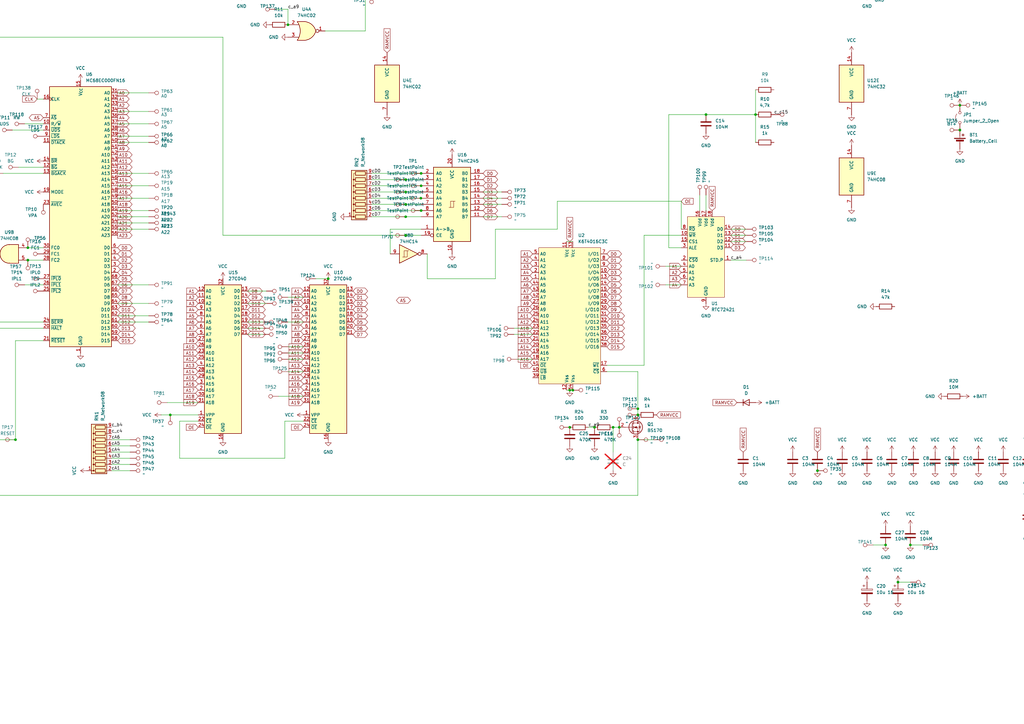
<source format=kicad_sch>
(kicad_sch (version 20250114) (generator "eeschema") (generator_version "9.0")
  (paper "A3")
  (text "Immer A <-- B" (at -93.98 -30.48 0) (effects (font (size 1.27 1.27))))
  (junction (at -68.58 -2.54))
  (junction (at -73.66 132.08))
  (junction (at 69.85 170.18))
  (junction (at -106.68 149.86))
  (junction (at 60.96 -83.82))
  (junction (at 233.68 175.26))
  (junction (at 363.22 223.52))
  (junction (at -48.26 113.03))
  (junction (at -73.66 142.24))
  (junction (at -40.64 -2.54))
  (junction (at 166.37 83.82))
  (junction (at 243.84 175.26))
  (junction (at 335.28 193.04))
  (junction (at -45.72 12.7))
  (junction (at 134.62 114.3))
  (junction (at 261.62 170.18))
  (junction (at 234.95 160.02))
  (junction (at 373.38 223.52))
  (junction (at 393.7 53.34))
  (junction (at 355.6 -10.16))
  (junction (at 172.72 76.2))
  (junction (at -33.02 134.62))
  (junction (at 233.68 160.02))
  (junction (at 342.9 -10.16))
  (junction (at 132.08 -5.08))
  (junction (at 198.12 -95.25))
  (junction (at 393.7 43.18))
  (junction (at -106.68 144.78))
  (junction (at 11.43 101.6))
  (junction (at 213.36 -90.17))
  (junction (at 172.6141 81.28))
  (junction (at 166.37 96.52))
  (junction (at 220.98 -110.49))
  (junction (at -10.16 152.4))
  (junction (at 261.62 180.34))
  (junction (at 118.11 10.16))
  (junction (at 220.98 -78.74))
  (junction (at 166.37 88.9))
  (junction (at 101.6 -83.82))
  (junction (at -7.62 15.24))
  (junction (at -106.68 129.54))
  (junction (at 172.72 71.12))
  (junction (at 309.88 46.99))
  (junction (at 355.6 -15.24))
  (junction (at 11.43 106.68))
  (junction (at 208.28 -105.41))
  (junction (at -54.61 132.08))
  (junction (at 368.3 238.76))
  (junction (at 254 175.26))
  (junction (at 99.06 -10.16))
  (junction (at 166.37 73.66))
  (junction (at 261.62 167.64))
  (junction (at 152.4 -2.54))
  (junction (at -78.74 147.32))
  (junction (at -21.59 152.4))
  (junction (at 172.72 86.36))
  (junction (at 251.46 175.26))
  (junction (at 179.07 -40.64))
  (junction (at -106.68 10.16))
  (junction (at 78.74 -83.82))
  (junction (at 147.32 -7.62))
  (junction (at 6.35 180.34))
  (junction (at 208.28 -90.17))
  (junction (at -21.59 180.34))
  (junction (at 166.37 78.74))
  (junction (at -17.78 132.08))
  (junction (at -33.02 129.54))
  (junction (at -13.97 180.34))
  (junction (at 289.56 46.99))
  (junction (at 220.98 -73.66))
  (wire (pts (xy -58.42 15.24) (xy -58.42 113.03)))
  (wire (pts (xy 299.72 106.68) (xy 306.07 106.68)))
  (wire (pts (xy 73.66 187.96) (xy 116.84 187.96)))
  (wire (pts (xy 261.62 152.4) (xy 261.62 167.64)))
  (wire (pts (xy 124.46 147.32) (xy 118.11 147.32)))
  (wire (pts (xy 232.41 160.02) (xy 233.68 160.02)))
  (wire (pts (xy 254 175.26) (xy 251.46 175.26)))
  (wire (pts (xy 299.72 93.98) (xy 306.07 93.98)))
  (wire (pts (xy 45.72 185.42) (xy 53.34 185.42)))
  (wire (pts (xy 11.43 106.68) (xy 17.78 106.68)))
  (wire (pts (xy -106.68 149.86) (xy -106.68 144.78)))
  (wire (pts (xy 113.03 3.81) (xy 118.11 3.81)))
  (wire (pts (xy 198.12 -95.25) (xy 200.66 -95.25)))
  (wire (pts (xy 149.86 12.7) (xy 149.86 -2.54)))
  (wire (pts (xy -81.28 -2.54) (xy -68.58 -2.54)))
  (wire (pts (xy 175.26 -40.64) (xy 179.07 -40.64)))
  (wire (pts (xy -45.72 7.62) (xy -40.64 7.62)))
  (wire (pts (xy 287.02 86.36) (xy 287.02 80.01)))
  (wire (pts (xy 152.4 88.9) (xy 166.37 88.9)))
  (wire (pts (xy 274.32 101.6) (xy 274.32 46.99)))
  (wire (pts (xy 226.06 -110.49) (xy 220.98 -110.49)))
  (wire (pts (xy 198.12 78.74) (xy 205.74 78.74)))
  (wire (pts (xy 172.72 93.98) (xy 160.02 93.98)))
  (wire (pts (xy 213.36 -90.17) (xy 208.28 -90.17)))
  (wire (pts (xy -78.74 147.32) (xy -73.66 147.32)))
  (wire (pts (xy 213.36 -90.17) (xy 213.36 -78.74)))
  (wire (pts (xy 251.46 175.26) (xy 251.46 185.42)))
  (wire (pts (xy 48.26 129.54) (xy 60.96 129.54)))
  (wire (pts (xy -78.74 157.48) (xy -48.26 157.48)))
  (wire (pts (xy 60.96 -83.82) (xy 71.12 -83.82)))
  (wire (pts (xy 133.35 12.7) (xy 149.86 12.7)))
  (wire (pts (xy 289.56 86.36) (xy 289.56 80.01)))
  (wire (pts (xy 152.4 71.12) (xy 172.72 71.12)))
  (wire (pts (xy -27.94 106.68) (xy -33.02 106.68)))
  (wire (pts (xy -58.42 132.08) (xy -54.61 132.08)))
  (wire (pts (xy 48.26 58.42) (xy 60.96 58.42)))
  (wire (pts (xy 309.88 36.83) (xy 309.88 46.99)))
  (wire (pts (xy -54.61 132.08) (xy -48.26 132.08)))
  (wire (pts (xy 198.12 81.28) (xy 205.74 81.28)))
  (wire (pts (xy 248.92 152.4) (xy 261.62 152.4)))
  (wire (pts (xy 101.6 132.08) (xy 107.95 132.08)))
  (wire (pts (xy -58.42 203.2) (xy -58.42 144.78)))
  (wire (pts (xy -15.24 7.62) (xy -20.32 7.62)))
  (wire (pts (xy 91.44 96.52) (xy 166.37 96.52)))
  (wire (pts (xy -106.68 129.54) (xy -106.68 139.7)))
  (wire (pts (xy 45.72 187.96) (xy 53.34 187.96)))
  (wire (pts (xy 101.6 137.16) (xy 107.95 137.16)))
  (wire (pts (xy 101.6 134.62) (xy 107.95 134.62)))
  (wire (pts (xy 114.3 162.56) (xy 124.46 162.56)))
  (wire (pts (xy 152.4 81.28) (xy 172.6141 81.28)))
  (wire (pts (xy 248.92 149.86) (xy 264.16 149.86)))
  (wire (pts (xy -45.72 2.54) (xy -40.64 2.54)))
  (wire (pts (xy 45.72 182.88) (xy 53.34 182.88)))
  (wire (pts (xy 233.68 160.02) (xy 234.95 160.02)))
  (wire (pts (xy -25.4 152.4) (xy -21.59 152.4)))
  (wire (pts (xy 48.26 132.08) (xy 60.96 132.08)))
  (wire (pts (xy -7.62 -2.54) (xy -7.62 15.24)))
  (wire (pts (xy 208.28 -105.41) (xy 208.28 -100.33)))
  (wire (pts (xy -10.16 134.62) (xy -10.16 152.4)))
  (wire (pts (xy 17.78 71.12) (xy 1.27 71.12)))
  (wire (pts (xy 11.43 101.6) (xy 17.78 101.6)))
  (wire (pts (xy 69.85 170.18) (xy 81.28 170.18)))
  (wire (pts (xy 48.26 50.8) (xy 60.96 50.8)))
  (wire (pts (xy 208.28 -38.1) (xy 213.36 -38.1)))
  (wire (pts (xy 172.6141 81.28) (xy 172.72 81.28)))
  (wire (pts (xy 198.12 83.82) (xy 205.74 83.82)))
  (wire (pts (xy 99.06 -10.16) (xy 132.08 -10.16)))
  (wire (pts (xy 116.84 187.96) (xy 116.84 172.72)))
  (wire (pts (xy -48.26 121.92) (xy -63.5 121.92)))
  (wire (pts (xy 231.14 -38.1) (xy 236.22 -38.1)))
  (wire (pts (xy 279.4 101.6) (xy 274.32 101.6)))
  (wire (pts (xy 118.11 3.81) (xy 118.11 10.16)))
  (wire (pts (xy 166.37 83.82) (xy 172.72 83.82)))
  (wire (pts (xy 101.6 119.38) (xy 109.22 119.38)))
  (wire (pts (xy 358.14 223.52) (xy 363.22 223.52)))
  (wire (pts (xy 149.86 -2.54) (xy 152.4 -2.54)))
  (wire (pts (xy 220.98 -110.49) (xy 215.9 -110.49)))
  (wire (pts (xy 231.14 -33.02) (xy 236.22 -33.02)))
  (wire (pts (xy 66.04 170.18) (xy 69.85 170.18)))
  (wire (pts (xy 81.28 172.72) (xy 73.66 172.72)))
  (wire (pts (xy 261.62 180.34) (xy 267.97 180.34)))
  (wire (pts (xy 208.28 -110.49) (xy 208.28 -105.41)))
  (wire (pts (xy 116.84 172.72) (xy 124.46 172.72)))
  (wire (pts (xy 228.6 93.98) (xy 228.6 82.55)))
  (wire (pts (xy 160.02 93.98) (xy 160.02 104.14)))
  (wire (pts (xy 299.72 96.52) (xy 306.07 96.52)))
  (wire (pts (xy 203.2 114.3) (xy 203.2 93.98)))
  (wire (pts (xy 124.46 142.24) (xy 118.11 142.24)))
  (wire (pts (xy 152.4 86.36) (xy 172.72 86.36)))
  (wire (pts (xy -33.02 152.4) (xy -38.1 152.4)))
  (wire (pts (xy 152.4 73.66) (xy 166.37 73.66)))
  (wire (pts (xy 147.32 -7.62) (xy 152.4 -7.62)))
  (wire (pts (xy -33.02 119.38) (xy -33.02 129.54)))
  (wire (pts (xy 378.46 223.52) (xy 373.38 223.52)))
  (wire (pts (xy 220.98 -68.58) (xy 220.98 -73.66)))
  (wire (pts (xy 261.62 167.64) (xy 261.62 170.18)))
  (wire (pts (xy 17.78 139.7) (xy 6.35 139.7)))
  (wire (pts (xy 218.44 147.32) (xy 212.09 147.32)))
  (wire (pts (xy 198.12 88.9) (xy 205.74 88.9)))
  (wire (pts (xy 48.26 76.2) (xy 60.96 76.2)))
  (wire (pts (xy 179.07 -40.64) (xy 190.5 -40.64)))
  (wire (pts (xy 48.26 124.46) (xy 60.96 124.46)))
  (wire (pts (xy 261.62 180.34) (xy 261.62 203.2)))
  (wire (pts (xy -58.42 113.03) (xy -48.26 113.03)))
  (wire (pts (xy 152.4 76.2) (xy 172.72 76.2)))
  (wire (pts (xy 147.32 -16.51) (xy 116.84 -16.51)))
  (wire (pts (xy -106.68 7.62) (xy -106.68 10.16)))
  (wire (pts (xy 279.4 116.84) (xy 273.05 116.84)))
  (wire (pts (xy 91.44 15.24) (xy 91.44 96.52)))
  (wire (pts (xy 147.32 -7.62) (xy 147.32 -16.51)))
  (wire (pts (xy 279.4 93.98) (xy 279.4 82.55)))
  (wire (pts (xy -21.59 152.4) (xy -17.78 152.4)))
  (wire (pts (xy 45.72 190.5) (xy 53.34 190.5)))
  (wire (pts (xy 48.26 86.36) (xy 60.96 86.36)))
  (wire (pts (xy -48.26 113.03) (xy -48.26 116.84)))
  (wire (pts (xy 6.35 139.7) (xy 6.35 180.34)))
  (wire (pts (xy 124.46 132.08) (xy 118.11 132.08)))
  (wire (pts (xy 241.3 175.26) (xy 243.84 175.26)))
  (wire (pts (xy 264.16 96.52) (xy 279.4 96.52)))
  (wire (pts (xy 203.2 93.98) (xy 228.6 93.98)))
  (wire (pts (xy 17.78 134.62) (xy -10.16 134.62)))
  (wire (pts (xy 124.46 144.78) (xy 118.11 144.78)))
  (wire (pts (xy 48.26 45.72) (xy 60.96 45.72)))
  (wire (pts (xy 232.41 99.06) (xy 234.95 99.06)))
  (wire (pts (xy 101.6 124.46) (xy 109.22 124.46)))
  (wire (pts (xy 48.26 55.88) (xy 60.96 55.88)))
  (wire (pts (xy 45.72 180.34) (xy 53.34 180.34)))
  (wire (pts (xy 48.26 93.98) (xy 60.96 93.98)))
  (wire (pts (xy -48.26 109.22) (xy -48.26 113.03)))
  (wire (pts (xy 218.44 137.16) (xy 210.82 137.16)))
  (wire (pts (xy 370.84 -12.7) (xy 377.19 -12.7)))
  (wire (pts (xy 48.26 116.84) (xy 60.96 116.84)))
  (wire (pts (xy -91.44 142.24) (xy -73.66 142.24)))
  (wire (pts (xy 274.32 46.99) (xy 289.56 46.99)))
  (wire (pts (xy -40.64 12.7) (xy -45.72 12.7)))
  (wire (pts (xy -45.72 12.7) (xy -78.74 12.7)))
  (wire (pts (xy 166.37 73.66) (xy 172.72 73.66)))
  (wire (pts (xy 198.12 -95.25) (xy 190.5 -95.25)))
  (wire (pts (xy -20.32 -2.54) (xy -7.62 -2.54)))
  (wire (pts (xy -15.24 2.54) (xy -20.32 2.54)))
  (wire (pts (xy -6.35 180.34) (xy 6.35 180.34)))
  (wire (pts (xy 152.4 78.74) (xy 166.37 78.74)))
  (wire (pts (xy 220.98 -73.66) (xy 220.98 -78.74)))
  (wire (pts (xy 208.28 -40.64) (xy 213.36 -40.64)))
  (wire (pts (xy 116.84 -16.51) (xy 116.84 -7.62)))
  (wire (pts (xy 152.4 83.82) (xy 166.37 83.82)))
  (wire (pts (xy -106.68 2.54) (xy -119.38 2.54)))
  (wire (pts (xy 48.26 71.12) (xy 60.96 71.12)))
  (wire (pts (xy 10.16 116.84) (xy 17.78 116.84)))
  (wire (pts (xy 118.11 152.4) (xy 124.46 152.4)))
  (wire (pts (xy 299.72 99.06) (xy 306.07 99.06)))
  (wire (pts (xy 309.88 46.99) (xy 309.88 58.42)))
  (wire (pts (xy 228.6 82.55) (xy 279.4 82.55)))
  (wire (pts (xy 10.16 50.8) (xy 17.78 50.8)))
  (wire (pts (xy -7.62 15.24) (xy 91.44 15.24)))
  (wire (pts (xy 289.56 46.99) (xy 309.88 46.99)))
  (wire (pts (xy 175.26 114.3) (xy 203.2 114.3)))
  (wire (pts (xy 218.44 -90.17) (xy 213.36 -90.17)))
  (wire (pts (xy -58.42 203.2) (xy 261.62 203.2)))
  (wire (pts (xy 124.46 121.92) (xy 118.11 121.92)))
  (wire (pts (xy -63.5 121.92) (xy -63.5 104.14)))
  (wire (pts (xy -48.26 157.48) (xy -48.26 137.16)))
  (wire (pts (xy 175.26 104.14) (xy 175.26 114.3)))
  (wire (pts (xy 373.38 238.76) (xy 368.3 238.76)))
  (wire (pts (xy 166.37 78.74) (xy 172.72 78.74)))
  (wire (pts (xy 264.16 149.86) (xy 264.16 96.52)))
  (wire (pts (xy -78.74 12.7) (xy -78.74 147.32)))
  (wire (pts (xy 231.14 -22.86) (xy 236.22 -22.86)))
  (wire (pts (xy 73.66 172.72) (xy 73.66 187.96)))
  (wire (pts (xy -40.64 15.24) (xy -58.42 15.24)))
  (wire (pts (xy -17.78 132.08) (xy 17.78 132.08)))
  (wire (pts (xy -68.58 -2.54) (xy -40.64 -2.54)))
  (wire (pts (xy 166.37 96.52) (xy 172.72 96.52)))
  (wire (pts (xy 5.08 53.34) (xy 17.78 53.34)))
  (wire (pts (xy 48.26 81.28) (xy 60.96 81.28)))
  (wire (pts (xy 15.24 40.64) (xy 17.78 40.64)))
  (wire (pts (xy 210.82 134.62) (xy 218.44 134.62)))
  (wire (pts (xy -119.38 0) (xy -106.68 0)))
  (wire (pts (xy 48.26 88.9) (xy 60.96 88.9)))
  (wire (pts (xy 231.14 -40.64) (xy 236.22 -40.64)))
  (wire (pts (xy 166.37 88.9) (xy 172.72 88.9)))
  (wire (pts (xy 7.62 68.58) (xy 17.78 68.58)))
  (wire (pts (xy -73.66 132.08) (xy -73.66 142.24)))
  (wire (pts (xy 129.54 114.3) (xy 134.62 114.3)))
  (wire (pts (xy 45.72 193.04) (xy 53.34 193.04)))
  (wire (pts (xy -20.32 15.24) (xy -7.62 15.24)))
  (wire (pts (xy -78.74 157.48) (xy -78.74 147.32)))
  (wire (pts (xy 48.26 91.44) (xy 60.96 91.44)))
  (wire (pts (xy 68.58 165.1) (xy 81.28 165.1)))
  (wire (pts (xy 342.9 -19.05) (xy 342.9 -10.16)))
  (wire (pts (xy 279.4 109.22) (xy 273.05 109.22)))
  (wire (pts (xy 342.9 -10.16) (xy 355.6 -10.16)))
  (wire (pts (xy 48.26 38.1) (xy 60.96 38.1)))
  (wire (pts (xy 208.28 -33.02) (xy 213.36 -33.02)))
  (label "c_c4" (at -106.68 0 180))
  (label "c_c14" (at 116.84 -2.54 180))
  (label "c_a11" (at -20.32 10.16 0))
  (label "cD3" (at 152.4 78.74 0))
  (label "c_a14" (at 236.22 -40.64 180))
  (label "cD0" (at 152.4 71.12 0))
  (label "cA5" (at -106.68 -5.08 180))
  (label "c_a9" (at 118.11 3.81 0))
  (label "cA4" (at 45.72 185.42 0))
  (label "c_a4" (at 236.22 -15.24 180))
  (label "c_a9" (at 236.22 -27.94 180))
  (label "c_b4" (at 213.36 -15.24 180))
  (label "cD2" (at 152.4 76.2 0))
  (label "c_a7" (at 236.22 -22.86 180))
  (label "c_c4" (at 45.72 177.8 0))
  (label "cRAMVCC" (at 472.44 172.72 0))
  (label "cD4" (at 152.4 81.28 0))
  (label "c_b13" (at 167.64 -5.08 0))
  (label "cD6" (at 236.22 -17.78 180))
  (label "c_c15" (at 317.5 46.99 0))
  (label "c_c12" (at 190.5 -35.56 180))
  (label "cD6" (at 152.4 86.36 0))
  (label "c_b13" (at 213.36 -38.1 180))
  (label "c_a12" (at -20.32 12.7 0))
  (label "c_b11" (at 213.36 -33.02 180))
  (label "cA3" (at -106.68 -10.16 180))
  (label "cA6" (at -106.68 -2.54 180))
  (label "cA4" (at 190.5 -12.7 180))
  (label "c_a9" (at 241.3 175.26 0))
  (label "c_c14" (at 190.5 -40.64 180))
  (label "c_b9" (at 213.36 -27.94 180))
  (label "c_c11" (at 190.5 -33.02 180))
  (label "cA2" (at -106.68 -12.7 180))
  (label "cA3" (at 236.22 -10.16 180))
  (label "c_b14" (at 213.36 -40.64 180))
  (label "cD2" (at 236.22 -20.32 180))
  (label "cA1" (at -106.68 -15.24 180))
  (label "c_a4" (at 299.72 106.68 0))
  (label "c_b7" (at 213.36 -22.86 180))
  (label "cD7" (at 190.5 -22.86 180))
  (label "cA5" (at 213.36 -12.7 180))
  (label "c_b4" (at -106.68 2.54 180))
  (label "cRAMVCC" (at 236.22 -43.18 180))
  (label "cD0" (at 190.5 -17.78 180))
  (label "cA4" (at -106.68 -7.62 180))
  (label "cA6" (at 236.22 -12.7 180))
  (label "c_b10" (at 213.36 -30.48 180))
  (label "c_a10" (at 236.22 -30.48 180))
  (label "c_c15" (at 190.5 -43.18 180))
  (label "c_c9" (at 190.5 -27.94 180))
  (label "cD1" (at 152.4 73.66 0))
  (label "cD1" (at 213.36 -20.32 180))
  (label "cD3" (at 190.5 -20.32 180))
  (label "c_b4" (at 45.72 175.26 0))
  (label "cD5" (at 213.36 -17.78 180))
  (label "c_a11" (at 236.22 -33.02 180))
  (label "cA3" (at 45.72 187.96 0))
  (label "c_c13" (at 190.5 -38.1 180))
  (label "c_c10" (at 190.5 -30.48 180))
  (label "c_b12" (at 213.36 -35.56 180))
  (label "c_c12" (at 370.84 -12.7 0))
  (label "cA5" (at 45.72 182.88 0))
  (label "cA6" (at 45.72 180.34 0))
  (label "cA2" (at 45.72 190.5 0))
  (label "cA2" (at 213.36 -10.16 180))
  (label "cD7" (at 152.4 88.9 0))
  (label "c_a13" (at 236.22 -38.1 180))
  (label "cA1" (at 45.72 193.04 0))
  (label "cA1" (at 190.5 -10.16 180))
  (label "c_a12" (at 236.22 -35.56 180))
  (label "c_c4" (at 190.5 -15.24 180))
  (label "cD5" (at 152.4 83.82 0))
  (global_label "D2" (shape bidirectional) (at 248.92 109.22 0) (property "Intersheetrefs" "${INTERSHEET_REFS}" (effects (hide yes))))
  (global_label "D1" (shape bidirectional) (at 144.78 121.92 0) (property "Intersheetrefs" "${INTERSHEET_REFS}" (effects (hide yes))))
  (global_label "D1" (shape bidirectional) (at 248.92 106.68 0) (property "Intersheetrefs" "${INTERSHEET_REFS}" (effects (hide yes))))
  (global_label "A4" (shape input) (at 81.28 127 180) (property "Intersheetrefs" "${INTERSHEET_REFS}" (effects (hide yes))))
  (global_label "D13" (shape bidirectional) (at 101.6 132.08 0) (property "Intersheetrefs" "${INTERSHEET_REFS}" (effects (hide yes))))
  (global_label "RAMVCC" (shape input) (at 292.1 86.36 90) (property "Intersheetrefs" "${INTERSHEET_REFS}" (effects (hide yes))))
  (global_label "RAMVCC" (shape input) (at 91.44 -10.16 180) (property "Intersheetrefs" "${INTERSHEET_REFS}" (effects (hide yes))))
  (global_label "D8" (shape bidirectional) (at 101.6 119.38 0) (property "Intersheetrefs" "${INTERSHEET_REFS}" (effects (hide yes))))
  (global_label "A5" (shape input) (at 218.44 114.3 180) (property "Intersheetrefs" "${INTERSHEET_REFS}" (effects (hide yes))))
  (global_label "A3" (shape input) (at -81.28 -10.16 0) (property "Intersheetrefs" "${INTERSHEET_REFS}" (effects (hide yes))))
  (global_label "RAMVCC" (shape input) (at 457.2 185.42 0) (property "Intersheetrefs" "${INTERSHEET_REFS}" (effects (hide yes))))
  (global_label "D15" (shape bidirectional) (at 101.6 137.16 0) (property "Intersheetrefs" "${INTERSHEET_REFS}" (effects (hide yes))))
  (global_label "A1" (shape input) (at 218.44 104.14 180) (property "Intersheetrefs" "${INTERSHEET_REFS}" (effects (hide yes))))
  (global_label "A13" (shape input) (at 124.46 149.86 180) (property "Intersheetrefs" "${INTERSHEET_REFS}" (effects (hide yes))))
  (global_label "D3" (shape bidirectional) (at 198.12 78.74 0) (property "Intersheetrefs" "${INTERSHEET_REFS}" (effects (hide yes))))
  (global_label "A14" (shape input) (at 81.28 152.4 180) (property "Intersheetrefs" "${INTERSHEET_REFS}" (effects (hide yes))))
  (global_label "D0" (shape bidirectional) (at 144.78 119.38 0) (property "Intersheetrefs" "${INTERSHEET_REFS}" (effects (hide yes))))
  (global_label "D9" (shape bidirectional) (at 248.92 127 0) (property "Intersheetrefs" "${INTERSHEET_REFS}" (effects (hide yes))))
  (global_label "RAMVCC" (shape input) (at 233.68 99.06 90) (property "Intersheetrefs" "${INTERSHEET_REFS}" (effects (hide yes))))
  (global_label "D14" (shape bidirectional) (at 48.26 137.16 0) (property "Intersheetrefs" "${INTERSHEET_REFS}" (effects (hide yes))))
  (global_label "D3" (shape bidirectional) (at 248.92 111.76 0) (property "Intersheetrefs" "${INTERSHEET_REFS}" (effects (hide yes))))
  (global_label "D7" (shape bidirectional) (at 248.92 121.92 0) (property "Intersheetrefs" "${INTERSHEET_REFS}" (effects (hide yes))))
  (global_label "D5" (shape bidirectional) (at 48.26 114.3 0) (property "Intersheetrefs" "${INTERSHEET_REFS}" (effects (hide yes))))
  (global_label "D2" (shape bidirectional) (at 198.12 76.2 0) (property "Intersheetrefs" "${INTERSHEET_REFS}" (effects (hide yes))))
  (global_label "D0" (shape bidirectional) (at 198.12 71.12 0) (property "Intersheetrefs" "${INTERSHEET_REFS}" (effects (hide yes))))
  (global_label "A20" (shape output) (at 48.26 88.9 0) (property "Intersheetrefs" "${INTERSHEET_REFS}" (effects (hide yes))))
  (global_label "A5" (shape input) (at 81.28 129.54 180) (property "Intersheetrefs" "${INTERSHEET_REFS}" (effects (hide yes))))
  (global_label "D0" (shape bidirectional) (at 48.26 101.6 0) (property "Intersheetrefs" "${INTERSHEET_REFS}" (effects (hide yes))))
  (global_label "A15" (shape input) (at -116.84 144.78 180) (property "Intersheetrefs" "${INTERSHEET_REFS}" (effects (hide yes))))
  (global_label "A5" (shape input) (at 124.46 129.54 180) (property "Intersheetrefs" "${INTERSHEET_REFS}" (effects (hide yes))))
  (global_label "A10" (shape output) (at 48.26 63.5 0) (property "Intersheetrefs" "${INTERSHEET_REFS}" (effects (hide yes))))
  (global_label "OE" (shape input) (at 124.46 175.26 180) (property "Intersheetrefs" "${INTERSHEET_REFS}" (effects (hide yes))))
  (global_label "A12" (shape output) (at 48.26 68.58 0) (property "Intersheetrefs" "${INTERSHEET_REFS}" (effects (hide yes))))
  (global_label "A18" (shape output) (at 48.26 83.82 0) (property "Intersheetrefs" "${INTERSHEET_REFS}" (effects (hide yes))))
  (global_label "D13" (shape bidirectional) (at 248.92 137.16 0) (property "Intersheetrefs" "${INTERSHEET_REFS}" (effects (hide yes))))
  (global_label "A1" (shape input) (at -81.28 -15.24 0) (property "Intersheetrefs" "${INTERSHEET_REFS}" (effects (hide yes))))
  (global_label "D1" (shape bidirectional) (at 198.12 73.66 0) (property "Intersheetrefs" "${INTERSHEET_REFS}" (effects (hide yes))))
  (global_label "A10" (shape input) (at 124.46 142.24 180) (property "Intersheetrefs" "${INTERSHEET_REFS}" (effects (hide yes))))
  (global_label "A17" (shape input) (at 124.46 160.02 180) (property "Intersheetrefs" "${INTERSHEET_REFS}" (effects (hide yes))))
  (global_label "D1" (shape bidirectional) (at 299.72 96.52 0) (property "Intersheetrefs" "${INTERSHEET_REFS}" (effects (hide yes))))
  (global_label "RAMVCC" (shape input) (at 464.82 172.72 180) (property "Intersheetrefs" "${INTERSHEET_REFS}" (effects (hide yes))))
  (global_label "A23" (shape output) (at 48.26 96.52 0) (property "Intersheetrefs" "${INTERSHEET_REFS}" (effects (hide yes))))
  (global_label "RAMVCC" (shape input) (at 302.26 165.1 180) (property "Intersheetrefs" "${INTERSHEET_REFS}" (effects (hide yes))))
  (global_label "A21" (shape output) (at 48.26 91.44 0) (property "Intersheetrefs" "${INTERSHEET_REFS}" (effects (hide yes))))
  (global_label "D6" (shape bidirectional) (at 198.12 86.36 0) (property "Intersheetrefs" "${INTERSHEET_REFS}" (effects (hide yes))))
  (global_label "D5" (shape bidirectional) (at 198.12 83.82 0) (property "Intersheetrefs" "${INTERSHEET_REFS}" (effects (hide yes))))
  (global_label "A4" (shape input) (at 218.44 111.76 180) (property "Intersheetrefs" "${INTERSHEET_REFS}" (effects (hide yes))))
  (global_label "D15" (shape bidirectional) (at 48.26 139.7 0) (property "Intersheetrefs" "${INTERSHEET_REFS}" (effects (hide yes))))
  (global_label "A18" (shape input) (at 218.44 134.62 180) (property "Intersheetrefs" "${INTERSHEET_REFS}" (effects (hide yes))))
  (global_label "A5" (shape input) (at -81.28 -5.08 0) (property "Intersheetrefs" "${INTERSHEET_REFS}" (effects (hide yes))))
  (global_label "A19" (shape input) (at 124.46 165.1 180) (property "Intersheetrefs" "${INTERSHEET_REFS}" (effects (hide yes))))
  (global_label "CLK" (shape input) (at 213.36 -43.18 180) (property "Intersheetrefs" "${INTERSHEET_REFS}" (effects (hide yes))))
  (global_label "A0" (shape output) (at 48.26 38.1 0) (property "Intersheetrefs" "${INTERSHEET_REFS}" (effects (hide yes))))
  (global_label "A16" (shape input) (at 124.46 157.48 180) (property "Intersheetrefs" "${INTERSHEET_REFS}" (effects (hide yes))))
  (global_label "A12" (shape input) (at 124.46 147.32 180) (property "Intersheetrefs" "${INTERSHEET_REFS}" (effects (hide yes))))
  (global_label "RAMVCC" (shape input) (at 215.9 -110.49 90) (property "Intersheetrefs" "${INTERSHEET_REFS}" (effects (hide yes))))
  (global_label "A2" (shape output) (at 48.26 43.18 0) (property "Intersheetrefs" "${INTERSHEET_REFS}" (effects (hide yes))))
  (global_label "A3" (shape input) (at 279.4 114.3 180) (property "Intersheetrefs" "${INTERSHEET_REFS}" (effects (hide yes))))
  (global_label "CLK" (shape input) (at 15.24 40.64 180) (property "Intersheetrefs" "${INTERSHEET_REFS}" (effects (hide yes))))
  (global_label "D6" (shape bidirectional) (at 144.78 134.62 0) (property "Intersheetrefs" "${INTERSHEET_REFS}" (effects (hide yes))))
  (global_label "A14" (shape input) (at 124.46 152.4 180) (property "Intersheetrefs" "${INTERSHEET_REFS}" (effects (hide yes))))
  (global_label "D9" (shape bidirectional) (at 48.26 124.46 0) (property "Intersheetrefs" "${INTERSHEET_REFS}" (effects (hide yes))))
  (global_label "AS" (shape bidirectional) (at 162.56 123.19 0) (property "Intersheetrefs" "${INTERSHEET_REFS}" (effects (hide yes))))
  (global_label "RAMVCC" (shape input) (at 335.28 185.42 90) (property "Intersheetrefs" "${INTERSHEET_REFS}" (effects (hide yes))))
  (global_label "A8" (shape input) (at -20.32 0 0) (property "Intersheetrefs" "${INTERSHEET_REFS}" (effects (hide yes))))
  (global_label "D4" (shape bidirectional) (at 144.78 129.54 0) (property "Intersheetrefs" "${INTERSHEET_REFS}" (effects (hide yes))))
  (global_label "OE" (shape input) (at 81.28 175.26 180) (property "Intersheetrefs" "${INTERSHEET_REFS}" (effects (hide yes))))
  (global_label "A2" (shape input) (at 279.4 111.76 180) (property "Intersheetrefs" "${INTERSHEET_REFS}" (effects (hide yes))))
  (global_label "A15" (shape output) (at 48.26 76.2 0) (property "Intersheetrefs" "${INTERSHEET_REFS}" (effects (hide yes))))
  (global_label "A4" (shape output) (at 48.26 48.26 0) (property "Intersheetrefs" "${INTERSHEET_REFS}" (effects (hide yes))))
  (global_label "A6" (shape output) (at 48.26 53.34 0) (property "Intersheetrefs" "${INTERSHEET_REFS}" (effects (hide yes))))
  (global_label "D10" (shape bidirectional) (at 48.26 127 0) (property "Intersheetrefs" "${INTERSHEET_REFS}" (effects (hide yes))))
  (global_label "A6" (shape input) (at 218.44 116.84 180) (property "Intersheetrefs" "${INTERSHEET_REFS}" (effects (hide yes))))
  (global_label "A23" (shape input) (at -116.84 149.86 180) (property "Intersheetrefs" "${INTERSHEET_REFS}" (effects (hide yes))))
  (global_label "A2" (shape input) (at -81.28 -12.7 0) (property "Intersheetrefs" "${INTERSHEET_REFS}" (effects (hide yes))))
  (global_label "D9" (shape bidirectional) (at 101.6 121.92 0) (property "Intersheetrefs" "${INTERSHEET_REFS}" (effects (hide yes))))
  (global_label "A6" (shape input) (at 124.46 132.08 180) (property "Intersheetrefs" "${INTERSHEET_REFS}" (effects (hide yes))))
  (global_label "OE" (shape input) (at 218.44 149.86 180) (property "Intersheetrefs" "${INTERSHEET_REFS}" (effects (hide yes))))
  (global_label "A3" (shape input) (at 218.44 109.22 180) (property "Intersheetrefs" "${INTERSHEET_REFS}" (effects (hide yes))))
  (global_label "A1" (shape output) (at 48.26 40.64 0) (property "Intersheetrefs" "${INTERSHEET_REFS}" (effects (hide yes))))
  (global_label "RAMVCC" (shape input) (at 304.8 185.42 90) (property "Intersheetrefs" "${INTERSHEET_REFS}" (effects (hide yes))))
  (global_label "A9" (shape input) (at -20.32 2.54 0) (property "Intersheetrefs" "${INTERSHEET_REFS}" (effects (hide yes))))
  (global_label "A15" (shape input) (at 81.28 154.94 180) (property "Intersheetrefs" "${INTERSHEET_REFS}" (effects (hide yes))))
  (global_label "A10" (shape input) (at 81.28 142.24 180) (property "Intersheetrefs" "${INTERSHEET_REFS}" (effects (hide yes))))
  (global_label "D12" (shape bidirectional) (at 248.92 134.62 0) (property "Intersheetrefs" "${INTERSHEET_REFS}" (effects (hide yes))))
  (global_label "D12" (shape bidirectional) (at 101.6 129.54 0) (property "Intersheetrefs" "${INTERSHEET_REFS}" (effects (hide yes))))
  (global_label "A18" (shape input) (at 81.28 162.56 180) (property "Intersheetrefs" "${INTERSHEET_REFS}" (effects (hide yes))))
  (global_label "A13" (shape output) (at 48.26 71.12 0) (property "Intersheetrefs" "${INTERSHEET_REFS}" (effects (hide yes))))
  (global_label "A2" (shape input) (at 124.46 121.92 180) (property "Intersheetrefs" "${INTERSHEET_REFS}" (effects (hide yes))))
  (global_label "D1" (shape bidirectional) (at 48.26 104.14 0) (property "Intersheetrefs" "${INTERSHEET_REFS}" (effects (hide yes))))
  (global_label "A11" (shape input) (at 124.46 144.78 180) (property "Intersheetrefs" "${INTERSHEET_REFS}" (effects (hide yes))))
  (global_label "A17" (shape input) (at 81.28 160.02 180) (property "Intersheetrefs" "${INTERSHEET_REFS}" (effects (hide yes))))
  (global_label "OE" (shape input) (at 279.4 82.55 0) (property "Intersheetrefs" "${INTERSHEET_REFS}" (effects (hide yes))))
  (global_label "D2" (shape bidirectional) (at 144.78 124.46 0) (property "Intersheetrefs" "${INTERSHEET_REFS}" (effects (hide yes))))
  (global_label "A7" (shape output) (at 48.26 55.88 0) (property "Intersheetrefs" "${INTERSHEET_REFS}" (effects (hide yes))))
  (global_label "D15" (shape bidirectional) (at 248.92 142.24 0) (property "Intersheetrefs" "${INTERSHEET_REFS}" (effects (hide yes))))
  (global_label "D14" (shape bidirectional) (at 248.92 139.7 0) (property "Intersheetrefs" "${INTERSHEET_REFS}" (effects (hide yes))))
  (global_label "A13" (shape input) (at 218.44 139.7 180) (property "Intersheetrefs" "${INTERSHEET_REFS}" (effects (hide yes))))
  (global_label "D11" (shape bidirectional) (at 48.26 129.54 0) (property "Intersheetrefs" "${INTERSHEET_REFS}" (effects (hide yes))))
  (global_label "RAMVCC" (shape input) (at 441.96 185.42 90) (property "Intersheetrefs" "${INTERSHEET_REFS}" (effects (hide yes))))
  (global_label "D10" (shape bidirectional) (at 248.92 129.54 0) (property "Intersheetrefs" "${INTERSHEET_REFS}" (effects (hide yes))))
  (global_label "A16" (shape output) (at 48.26 78.74 0) (property "Intersheetrefs" "${INTERSHEET_REFS}" (effects (hide yes))))
  (global_label "A7" (shape input) (at 218.44 119.38 180) (property "Intersheetrefs" "${INTERSHEET_REFS}" (effects (hide yes))))
  (global_label "D13" (shape bidirectional) (at 48.26 134.62 0) (property "Intersheetrefs" "${INTERSHEET_REFS}" (effects (hide yes))))
  (global_label "A1" (shape input) (at 124.46 119.38 180) (property "Intersheetrefs" "${INTERSHEET_REFS}" (effects (hide yes))))
  (global_label "A6" (shape input) (at 81.28 132.08 180) (property "Intersheetrefs" "${INTERSHEET_REFS}" (effects (hide yes))))
  (global_label "A4" (shape input) (at 279.4 116.84 180) (property "Intersheetrefs" "${INTERSHEET_REFS}" (effects (hide yes))))
  (global_label "A8" (shape input) (at 218.44 121.92 180) (property "Intersheetrefs" "${INTERSHEET_REFS}" (effects (hide yes))))
  (global_label "A9" (shape input) (at 218.44 124.46 180) (property "Intersheetrefs" "${INTERSHEET_REFS}" (effects (hide yes))))
  (global_label "RAMVCC" (shape input) (at 158.75 21.59 90) (property "Intersheetrefs" "${INTERSHEET_REFS}" (effects (hide yes))))
  (global_label "OE" (shape input) (at -121.92 132.08 180) (property "Intersheetrefs" "${INTERSHEET_REFS}" (effects (hide yes))))
  (global_label "D8" (shape bidirectional) (at 248.92 124.46 0) (property "Intersheetrefs" "${INTERSHEET_REFS}" (effects (hide yes))))
  (global_label "A2" (shape input) (at 81.28 121.92 180) (property "Intersheetrefs" "${INTERSHEET_REFS}" (effects (hide yes))))
  (global_label "A5" (shape output) (at 48.26 50.8 0) (property "Intersheetrefs" "${INTERSHEET_REFS}" (effects (hide yes))))
  (global_label "D4" (shape bidirectional) (at 198.12 81.28 0) (property "Intersheetrefs" "${INTERSHEET_REFS}" (effects (hide yes))))
  (global_label "A12" (shape input) (at 218.44 132.08 180) (property "Intersheetrefs" "${INTERSHEET_REFS}" (effects (hide yes))))
  (global_label "D0" (shape bidirectional) (at 299.72 93.98 0) (property "Intersheetrefs" "${INTERSHEET_REFS}" (effects (hide yes))))
  (global_label "A1" (shape input) (at 81.28 119.38 180) (property "Intersheetrefs" "${INTERSHEET_REFS}" (effects (hide yes))))
  (global_label "A15" (shape input) (at 218.44 144.78 180) (property "Intersheetrefs" "${INTERSHEET_REFS}" (effects (hide yes))))
  (global_label "RAMVCC" (shape input) (at 269.24 170.18 0) (property "Intersheetrefs" "${INTERSHEET_REFS}" (effects (hide yes))))
  (global_label "A11" (shape input) (at 81.28 144.78 180) (property "Intersheetrefs" "${INTERSHEET_REFS}" (effects (hide yes))))
  (global_label "A22" (shape output) (at 48.26 93.98 0) (property "Intersheetrefs" "${INTERSHEET_REFS}" (effects (hide yes))))
  (global_label "A19" (shape output) (at 48.26 86.36 0) (property "Intersheetrefs" "${INTERSHEET_REFS}" (effects (hide yes))))
  (global_label "A3" (shape input) (at 81.28 124.46 180) (property "Intersheetrefs" "${INTERSHEET_REFS}" (effects (hide yes))))
  (global_label "D0" (shape bidirectional) (at 248.92 104.14 0) (property "Intersheetrefs" "${INTERSHEET_REFS}" (effects (hide yes))))
  (global_label "A7" (shape input) (at 81.28 134.62 180) (property "Intersheetrefs" "${INTERSHEET_REFS}" (effects (hide yes))))
  (global_label "A20" (shape input) (at -40.64 0 180) (property "Intersheetrefs" "${INTERSHEET_REFS}" (effects (hide yes))))
  (global_label "D11" (shape bidirectional) (at 248.92 132.08 0) (property "Intersheetrefs" "${INTERSHEET_REFS}" (effects (hide yes))))
  (global_label "D7" (shape bidirectional) (at 198.12 88.9 0) (property "Intersheetrefs" "${INTERSHEET_REFS}" (effects (hide yes))))
  (global_label "A6" (shape input) (at -81.28 -2.54 0) (property "Intersheetrefs" "${INTERSHEET_REFS}" (effects (hide yes))))
  (global_label "A9" (shape output) (at 48.26 60.96 0) (property "Intersheetrefs" "${INTERSHEET_REFS}" (effects (hide yes))))
  (global_label "A3" (shape input) (at 124.46 124.46 180) (property "Intersheetrefs" "${INTERSHEET_REFS}" (effects (hide yes))))
  (global_label "D5" (shape bidirectional) (at 144.78 132.08 0) (property "Intersheetrefs" "${INTERSHEET_REFS}" (effects (hide yes))))
  (global_label "D14" (shape bidirectional) (at 101.6 134.62 0) (property "Intersheetrefs" "${INTERSHEET_REFS}" (effects (hide yes))))
  (global_label "A16" (shape input) (at 218.44 147.32 180) (property "Intersheetrefs" "${INTERSHEET_REFS}" (effects (hide yes))))
  (global_label "AS" (shape bidirectional) (at 17.78 48.26 180) (property "Intersheetrefs" "${INTERSHEET_REFS}" (effects (hide yes))))
  (global_label "A1" (shape input) (at 279.4 109.22 180) (property "Intersheetrefs" "${INTERSHEET_REFS}" (effects (hide yes))))
  (global_label "CLK" (shape input) (at 101.6 -83.82 0) (property "Intersheetrefs" "${INTERSHEET_REFS}" (effects (hide yes))))
  (global_label "A13" (shape input) (at 81.28 149.86 180) (property "Intersheetrefs" "${INTERSHEET_REFS}" (effects (hide yes))))
  (global_label "D7" (shape bidirectional) (at 48.26 119.38 0) (property "Intersheetrefs" "${INTERSHEET_REFS}" (effects (hide yes))))
  (global_label "A18" (shape input) (at 124.46 162.56 180) (property "Intersheetrefs" "${INTERSHEET_REFS}" (effects (hide yes))))
  (global_label "A10" (shape input) (at 218.44 127 180) (property "Intersheetrefs" "${INTERSHEET_REFS}" (effects (hide yes))))
  (global_label "A14" (shape output) (at 48.26 73.66 0) (property "Intersheetrefs" "${INTERSHEET_REFS}" (effects (hide yes))))
  (global_label "A17" (shape output) (at 48.26 81.28 0) (property "Intersheetrefs" "${INTERSHEET_REFS}" (effects (hide yes))))
  (global_label "A17" (shape input) (at 218.44 137.16 180) (property "Intersheetrefs" "${INTERSHEET_REFS}" (effects (hide yes))))
  (global_label "A2" (shape input) (at 218.44 106.68 180) (property "Intersheetrefs" "${INTERSHEET_REFS}" (effects (hide yes))))
  (global_label "D3" (shape bidirectional) (at 299.72 101.6 0) (property "Intersheetrefs" "${INTERSHEET_REFS}" (effects (hide yes))))
  (global_label "D2" (shape bidirectional) (at 48.26 106.68 0) (property "Intersheetrefs" "${INTERSHEET_REFS}" (effects (hide yes))))
  (global_label "A19" (shape input) (at 81.28 165.1 180) (property "Intersheetrefs" "${INTERSHEET_REFS}" (effects (hide yes))))
  (global_label "D11" (shape bidirectional) (at 101.6 127 0) (property "Intersheetrefs" "${INTERSHEET_REFS}" (effects (hide yes))))
  (global_label "A8" (shape output) (at 48.26 58.42 0) (property "Intersheetrefs" "${INTERSHEET_REFS}" (effects (hide yes))))
  (global_label "D4" (shape bidirectional) (at 248.92 114.3 0) (property "Intersheetrefs" "${INTERSHEET_REFS}" (effects (hide yes))))
  (global_label "A16" (shape input) (at 81.28 157.48 180) (property "Intersheetrefs" "${INTERSHEET_REFS}" (effects (hide yes))))
  (global_label "A9" (shape input) (at 81.28 139.7 180) (property "Intersheetrefs" "${INTERSHEET_REFS}" (effects (hide yes))))
  (global_label "D8" (shape bidirectional) (at 48.26 121.92 0) (property "Intersheetrefs" "${INTERSHEET_REFS}" (effects (hide yes))))
  (global_label "A4" (shape input) (at -81.28 -7.62 0) (property "Intersheetrefs" "${INTERSHEET_REFS}" (effects (hide yes))))
  (global_label "D4" (shape bidirectional) (at 48.26 111.76 0) (property "Intersheetrefs" "${INTERSHEET_REFS}" (effects (hide yes))))
  (global_label "D3" (shape bidirectional) (at 144.78 127 0) (property "Intersheetrefs" "${INTERSHEET_REFS}" (effects (hide yes))))
  (global_label "D2" (shape bidirectional) (at 299.72 99.06 0) (property "Intersheetrefs" "${INTERSHEET_REFS}" (effects (hide yes))))
  (global_label "D6" (shape bidirectional) (at 248.92 119.38 0) (property "Intersheetrefs" "${INTERSHEET_REFS}" (effects (hide yes))))
  (global_label "A11" (shape output) (at 48.26 66.04 0) (property "Intersheetrefs" "${INTERSHEET_REFS}" (effects (hide yes))))
  (global_label "A3" (shape output) (at 48.26 45.72 0) (property "Intersheetrefs" "${INTERSHEET_REFS}" (effects (hide yes))))
  (global_label "D10" (shape bidirectional) (at 101.6 124.46 0) (property "Intersheetrefs" "${INTERSHEET_REFS}" (effects (hide yes))))
  (global_label "D12" (shape bidirectional) (at 48.26 132.08 0) (property "Intersheetrefs" "${INTERSHEET_REFS}" (effects (hide yes))))
  (global_label "D6" (shape bidirectional) (at 48.26 116.84 0) (property "Intersheetrefs" "${INTERSHEET_REFS}" (effects (hide yes))))
  (global_label "A4" (shape input) (at 124.46 127 180) (property "Intersheetrefs" "${INTERSHEET_REFS}" (effects (hide yes))))
  (global_label "A9" (shape input) (at 124.46 139.7 180) (property "Intersheetrefs" "${INTERSHEET_REFS}" (effects (hide yes))))
  (global_label "A14" (shape input) (at 218.44 142.24 180) (property "Intersheetrefs" "${INTERSHEET_REFS}" (effects (hide yes))))
  (global_label "D7" (shape bidirectional) (at 144.78 137.16 0) (property "Intersheetrefs" "${INTERSHEET_REFS}" (effects (hide yes))))
  (global_label "A8" (shape input) (at 81.28 137.16 180) (property "Intersheetrefs" "${INTERSHEET_REFS}" (effects (hide yes))))
  (global_label "A11" (shape input) (at 218.44 129.54 180) (property "Intersheetrefs" "${INTERSHEET_REFS}" (effects (hide yes))))
  (global_label "D5" (shape bidirectional) (at 248.92 116.84 0) (property "Intersheetrefs" "${INTERSHEET_REFS}" (effects (hide yes))))
  (global_label "D3" (shape bidirectional) (at 48.26 109.22 0) (property "Intersheetrefs" "${INTERSHEET_REFS}" (effects (hide yes))))
  (global_label "A15" (shape input) (at 124.46 154.94 180) (property "Intersheetrefs" "${INTERSHEET_REFS}" (effects (hide yes))))
  (global_label "A7" (shape input) (at 124.46 134.62 180) (property "Intersheetrefs" "${INTERSHEET_REFS}" (effects (hide yes))))
  (global_label "A8" (shape input) (at 124.46 137.16 180) (property "Intersheetrefs" "${INTERSHEET_REFS}" (effects (hide yes))))
  (global_label "A12" (shape input) (at 81.28 147.32 180) (property "Intersheetrefs" "${INTERSHEET_REFS}" (effects (hide yes))))
  (symbol (lib_id "Device:C") (at 363.22 219.71 0) (unit 1)
    (property "Reference" "C27" (at 367.03 218.4399 0) (effects (justify left)))
    (property "Value" "104M" (at 367.03 220.9799 0) (effects (justify left)))
    (property "Footprint" "Capacitor_THT:C_Disc_D4.3mm_W1.9mm_P5.00mm" (effects (hide yes)))
    (property "Description" "Unpolarized capacitor" (effects (hide yes)))
  )
  (symbol (lib_id "power:VCC") (at 349.25 -82.55 0) (unit 1)
    (property "Reference" "#PWR038" (effects (hide yes)))
    (property "Value" "VCC" (at 349.25 -87.63 0))
    (property "Description" "Power symbol creates a global label with name \"VCC\"" (effects (hide yes)))
  )
  (symbol (lib_id "Device:C") (at 304.8 189.23 0) (unit 1)
    (property "Reference" "C1" (at 308.61 187.9599 0) (effects (justify left)))
    (property "Value" "104M" (at 308.61 190.4999 0) (effects (justify left)))
    (property "Footprint" "Capacitor_THT:C_Disc_D4.3mm_W1.9mm_P5.00mm" (effects (hide yes)))
    (property "Description" "Unpolarized capacitor" (effects (hide yes)))
  )
  (symbol (lib_id "power:VCC") (at 213.36 -25.4 90) (unit 1)
    (property "Reference" "#PWR060" (effects (hide yes)))
    (property "Value" "VCC" (at 210.82 -25.4 90) (effects (justify left)))
    (property "Description" "Power symbol creates a global label with name \"VCC\"" (effects (hide yes)))
  )
  (symbol (lib_id "Connector:TestPoint") (at 132.08 -5.08 0) (mirror x) (unit 1)
    (property "Reference" "TP32" (at 129.54 -2.4131 0) (effects (justify right)))
    (property "Value" "~" (at 129.54 -0.508 0) (effects (justify right)))
    (property "Footprint" "TestPoint:TestPoint_Pad_1.0x1.0mm" (effects (hide yes)))
    (property "Description" "test point" (effects (hide yes)))
  )
  (symbol (lib_id "Transistor_BJT:BC557") (at 213.36 -105.41 0) (unit 1)
    (property "Reference" "Q3" (at 218.44 -106.6801 0) (effects (justify left)))
    (property "Value" "BC557" (at 218.44 -104.1401 0) (effects (justify left)))
    (property "Footprint" "Simple:TO92" (effects (hide yes)))
    (property "Datasheet" "https://www.onsemi.com/pub/Collateral/BC556BTA-D.pdf" (effects (hide yes)))
    (property "Description" "0.1A Ic, 45V Vce, PNP Small Signal Transistor, TO-92" (effects (hide yes)))
  )
  (symbol (lib_id "power:VCC") (at 360.68 -20.32 0) (unit 1)
    (property "Reference" "#PWR064" (effects (hide yes)))
    (property "Value" "VCC" (at 360.68 -25.4 0))
    (property "Description" "Power symbol creates a global label with name \"VCC\"" (effects (hide yes)))
  )
  (symbol (lib_id "power:VCC") (at 185.42 63.5 0) (unit 1)
    (property "Reference" "#PWR033" (effects (hide yes)))
    (property "Value" "VCC" (at 185.42 58.42 0))
    (property "Description" "Power symbol creates a global label with name \"VCC\"" (effects (hide yes)))
  )
  (symbol (lib_id "74xx:74HC14") (at 349.25 -69.85 0) (unit 7)
    (property "Reference" "U8" (at 355.6 -71.1201 0) (effects (justify left)))
    (property "Value" "74HC14" (at 355.6 -68.5801 0) (effects (justify left)))
    (property "Footprint" "Package_DIP:DIP-14_W7.62mm" (effects (hide yes)))
    (property "Datasheet" "http://www.ti.com/lit/gpn/sn74HC14" (effects (hide yes)))
    (property "Description" "Hex inverter schmitt trigger" (effects (hide yes)))
  )
  (symbol (lib_id "74xx:74HC14") (at 67.31 -43.18 0) (unit 1)
    (property "Reference" "U8" (at 67.31 -50.8 0))
    (property "Value" "74HC14" (at 67.31 -48.26 0))
    (property "Footprint" "Package_DIP:DIP-14_W7.62mm" (effects (hide yes)))
    (property "Datasheet" "http://www.ti.com/lit/gpn/sn74HC14" (effects (hide yes)))
    (property "Description" "Hex inverter schmitt trigger" (effects (hide yes)))
  )
  (symbol (lib_id "Device:C") (at 335.28 189.23 0) (unit 1)
    (property "Reference" "C4" (at 339.09 187.9599 0) (effects (justify left)))
    (property "Value" "104M" (at 339.09 190.4999 0) (effects (justify left)))
    (property "Footprint" "Capacitor_THT:C_Disc_D4.3mm_W1.9mm_P5.00mm" (effects (hide yes)))
    (property "Description" "Unpolarized capacitor" (effects (hide yes)))
  )
  (symbol (lib_id "power:GND") (at 401.32 193.04 0) (unit 1)
    (property "Reference" "#PWR026" (effects (hide yes)))
    (property "Value" "GND" (at 401.32 198.12 0))
    (property "Description" "Power symbol creates a global label with name \"GND\" , ground" (effects (hide yes)))
  )
  (symbol (lib_id "Connector:TestPoint") (at 53.34 185.42 270) (mirror x) (unit 1)
    (property "Reference" "TP44" (at 58.42 184.7849 90) (effects (justify left)))
    (property "Value" "~" (at 58.42 186.69 90) (effects (justify left)))
    (property "Footprint" "TestPoint:TestPoint_Pad_1.0x1.0mm" (effects (hide yes)))
    (property "Description" "test point" (effects (hide yes)))
  )
  (symbol (lib_id "Connector:TestPoint") (at -119.38 2.54 90) (mirror x) (unit 1)
    (property "Reference" "TP68" (at -124.46 3.1751 90) (effects (justify left)))
    (property "Value" "~" (at -124.46 1.27 90) (effects (justify left)))
    (property "Footprint" "TestPoint:TestPoint_Pad_1.0x1.0mm" (effects (hide yes)))
    (property "Description" "test point" (effects (hide yes)))
  )
  (symbol (lib_id "Connector:TestPoint") (at 60.96 132.08 270) (mirror x) (unit 1)
    (property "Reference" "TP64" (at 66.04 131.4449 90) (effects (justify left)))
    (property "Value" "~" (at 66.04 133.35 90) (effects (justify left)))
    (property "Footprint" "TestPoint:TestPoint_Pad_1.0x1.0mm" (effects (hide yes)))
    (property "Description" "test point" (effects (hide yes)))
  )
  (symbol (lib_id "Device:C") (at 421.64 212.09 0) (unit 1)
    (property "Reference" "C19" (at 425.45 210.8199 0) (effects (justify left)))
    (property "Value" "104M" (at 425.45 213.3599 0) (effects (justify left)))
    (property "Footprint" "Capacitor_THT:C_Disc_D4.3mm_W1.9mm_P5.00mm" (effects (hide yes)))
    (property "Description" "Unpolarized capacitor" (effects (hide yes)))
  )
  (symbol (lib_id "Connector:TestPoint") (at 166.37 73.66 90) (unit 1)
    (property "Reference" "TP2" (at 163.068 68.58 90))
    (property "Value" "TestPoint" (at 163.068 71.12 90))
    (property "Footprint" "TestPoint:TestPoint_Pad_1.0x1.0mm" (effects (hide yes)))
    (property "Description" "test point" (effects (hide yes)))
  )
  (symbol (lib_id "Connector:TestPoint") (at 210.82 137.16 90) (mirror x) (unit 1)
    (property "Reference" "TP92" (at 205.74 137.7951 90) (effects (justify left)))
    (property "Value" "~" (at 205.74 135.89 90) (effects (justify left)))
    (property "Footprint" "TestPoint:TestPoint_Pad_1.0x1.0mm" (effects (hide yes)))
    (property "Description" "test point" (effects (hide yes)))
  )
  (symbol (lib_id "Connector:TestPoint") (at -106.68 149.86 180) (unit 1)
    (property "Reference" "TP21" (at -104.14 151.8919 0) (effects (justify right)))
    (property "Value" "TP" (at -104.14 154.4319 0) (effects (justify right)))
    (property "Footprint" "TestPoint:TestPoint_Pad_1.0x1.0mm" (effects (hide yes)))
    (property "Description" "test point" (effects (hide yes)))
  )
  (symbol (lib_id "Connector:TestPoint") (at 234.95 160.02 270) (mirror x) (unit 1)
    (property "Reference" "TP115" (at 240.03 159.3849 90) (effects (justify left)))
    (property "Value" "~" (at 240.03 161.29 90) (effects (justify left)))
    (property "Footprint" "TestPoint:TestPoint_Pad_1.0x1.0mm" (effects (hide yes)))
    (property "Description" "test point" (effects (hide yes)))
  )
  (symbol (lib_id "power:GND") (at 383.54 193.04 0) (unit 1)
    (property "Reference" "#PWR084" (effects (hide yes)))
    (property "Value" "GND" (at 383.54 198.12 0))
    (property "Description" "Power symbol creates a global label with name \"GND\" , ground" (effects (hide yes)))
  )
  (symbol (lib_id "Connector:TestPoint") (at 378.46 223.52 270) (mirror x) (unit 1)
    (property "Reference" "TP123" (at 381.762 224.79 90))
    (property "Value" "c_b13" (effects (hide yes)))
    (property "Footprint" "TestPoint:TestPoint_Pad_1.0x1.0mm" (effects (hide yes)))
    (property "Description" "test point" (effects (hide yes)))
  )
  (symbol (lib_id "power:GND") (at 365.76 193.04 0) (unit 1)
    (property "Reference" "#PWR081" (effects (hide yes)))
    (property "Value" "GND" (at 365.76 198.12 0))
    (property "Description" "Power symbol creates a global label with name \"GND\" , ground" (effects (hide yes)))
  )
  (symbol (lib_id "74xx:74HC02") (at 139.7 -7.62 0) (unit 4)
    (property "Reference" "U4" (at 139.7 -16.51 0))
    (property "Value" "74HC02" (at 139.7 -13.97 0))
    (property "Footprint" "Package_DIP:DIP-14_W7.62mm" (effects (hide yes)))
    (property "Datasheet" "http://www.ti.com/lit/gpn/sn74hc02" (effects (hide yes)))
    (property "Description" "quad 2-input NOR gate" (effects (hide yes)))
  )
  (symbol (lib_id "Connector:TestPoint") (at 60.96 50.8 270) (mirror x) (unit 1)
    (property "Reference" "TP67" (at 66.04 50.1649 90) (effects (justify left)))
    (property "Value" "A5" (at 66.04 52.07 90) (effects (justify left)))
    (property "Footprint" "TestPoint:TestPoint_Pad_1.0x1.0mm" (effects (hide yes)))
    (property "Description" "test point" (effects (hide yes)))
  )
  (symbol (lib_id "Device:D_Zener") (at 198.12 -99.06 90) (mirror x) (unit 1)
    (property "Reference" "Z1" (at 191.77 -99.06 0))
    (property "Value" "D_Zener" (at 194.31 -99.06 0))
    (property "Footprint" "Diode_THT:D_DO-34_SOD68_P12.70mm_Horizontal" (effects (hide yes)))
    (property "Description" "Zener diode" (effects (hide yes)))
  )
  (symbol (lib_id "Connector:TestPoint") (at 377.19 -12.7 270) (mirror x) (unit 1)
    (property "Reference" "TP107" (at 382.27 -13.3351 90) (effects (justify left)))
    (property "Value" "~" (at 382.27 -11.43 90) (effects (justify left)))
    (property "Footprint" "TestPoint:TestPoint_Pad_1.0x1.0mm" (effects (hide yes)))
    (property "Description" "test point" (effects (hide yes)))
  )
  (symbol (lib_id "power:GND") (at -29.21 180.34 270) (unit 1)
    (property "Reference" "#PWR094" (effects (hide yes)))
    (property "Value" "GND" (at -31.75 180.3399 90) (effects (justify right)))
    (property "Description" "Power symbol creates a global label with name \"GND\" , ground" (effects (hide yes)))
  )
  (symbol (lib_id "Connector:TestPoint") (at 166.37 83.82 90) (unit 1)
    (property "Reference" "TP6" (at 163.068 78.74 90))
    (property "Value" "TestPoint" (at 163.068 81.28 90))
    (property "Footprint" "TestPoint:TestPoint_Pad_1.0x1.0mm" (effects (hide yes)))
    (property "Description" "test point" (effects (hide yes)))
  )
  (symbol (lib_id "74xx:74HC14") (at 67.31 -29.21 0) (unit 3)
    (property "Reference" "U8" (at 67.31 -36.83 0))
    (property "Value" "74HC14" (at 67.31 -34.29 0))
    (property "Footprint" "Package_DIP:DIP-14_W7.62mm" (effects (hide yes)))
    (property "Datasheet" "http://www.ti.com/lit/gpn/sn74HC14" (effects (hide yes)))
    (property "Description" "Hex inverter schmitt trigger" (effects (hide yes)))
  )
  (symbol (lib_id "Device:C") (at 289.56 50.8 0) (unit 1)
    (property "Reference" "C14" (at 293.37 49.5299 0) (effects (justify left)))
    (property "Value" "104M" (at 293.37 52.0699 0) (effects (justify left)))
    (property "Footprint" "Capacitor_THT:C_Disc_D4.3mm_W1.9mm_P5.00mm" (effects (hide yes)))
    (property "Description" "Unpolarized capacitor" (effects (hide yes)))
  )
  (symbol (lib_id "power:GND") (at 134.62 180.34 0) (unit 1)
    (property "Reference" "#PWR02" (effects (hide yes)))
    (property "Value" "GND" (at 134.62 185.42 0))
    (property "Description" "Power symbol creates a global label with name \"GND\" , ground" (effects (hide yes)))
  )
  (symbol (lib_id "Connector:TestPoint") (at -73.66 132.08 90) (mirror x) (unit 1)
    (property "Reference" "TP38" (at -76.962 128.27 90))
    (property "Value" "~" (at -76.962 129.54 90))
    (property "Footprint" "TestPoint:TestPoint_Pad_1.0x1.0mm" (effects (hide yes)))
    (property "Description" "test point" (effects (hide yes)))
  )
  (symbol (lib_id "power:GND") (at 368.3 246.38 0) (unit 1)
    (property "Reference" "#PWR029" (effects (hide yes)))
    (property "Value" "GND" (at 368.3 251.46 0))
    (property "Description" "Power symbol creates a global label with name \"GND\" , ground" (effects (hide yes)))
  )
  (symbol (lib_id "Connector:TestPoint") (at 69.85 170.18 0) (mirror x) (unit 1)
    (property "Reference" "TP37" (at 67.31 172.8469 0) (effects (justify right)))
    (property "Value" "~" (at 67.31 174.752 0) (effects (justify right)))
    (property "Footprint" "TestPoint:TestPoint_Pad_1.0x1.0mm" (effects (hide yes)))
    (property "Description" "test point" (effects (hide yes)))
  )
  (symbol (lib_id "Connector:TestPoint") (at 74.93 -29.21 0) (mirror y) (unit 1)
    (property "Reference" "TP144" (at 77.47 -33.1471 0) (effects (justify right)))
    (property "Value" "~" (at 77.47 -31.242 0) (effects (justify right)))
    (property "Footprint" "TestPoint:TestPoint_Pad_1.0x1.0mm" (effects (hide yes)))
    (property "Description" "test point" (effects (hide yes)))
  )
  (symbol (lib_id "Device:R_Network08") (at 40.64 182.88 90) (unit 1)
    (property "Reference" "RN1" (at 39.6239 172.72 0) (effects (justify left)))
    (property "Value" "R_Network08" (at 42.1639 172.72 0) (effects (justify left)))
    (property "Footprint" "Resistor_THT:R_Array_SIP9" (effects (hide yes)))
    (property "Datasheet" "http://www.vishay.com/docs/31509/csc.pdf" (effects (hide yes)))
    (property "Description" "8 resistor network, star topology, bussed resistors, small symbol" (effects (hide yes)))
  )
  (symbol (lib_id "Connector:TestPoint") (at 355.6 -10.16 90) (mirror x) (unit 1)
    (property "Reference" "TP28" (at 352.298 -13.97 90))
    (property "Value" "MINUS" (at 352.298 -11.43 90))
    (property "Footprint" "TestPoint:TestPoint_Pad_1.0x1.0mm" (effects (hide yes)))
    (property "Description" "test point" (effects (hide yes)))
  )
  (symbol (lib_id "Transistor_FET:BS170") (at 259.08 175.26 0) (unit 1)
    (property "Reference" "Q1" (at 265.43 173.9899 0) (effects (justify left)))
    (property "Value" "BS170" (at 265.43 176.5299 0) (effects (justify left)))
    (property "Footprint" "Simple:TO92" (effects (hide yes)))
    (property "Datasheet" "https://www.onsemi.com/pub/Collateral/BS170-D.PDF" (effects (hide yes)))
    (property "Description" "0.5A Id, 60V Vds, N-Channel MOSFET, TO-92" (effects (hide yes)))
  )
  (symbol (lib_id "Connector:TestPoint") (at 17.78 114.3 90) (mirror x) (unit 1)
    (property "Reference" "TP13" (at 14.478 109.22 90))
    (property "Value" "IPL0" (at 14.478 111.76 90))
    (property "Footprint" "TestPoint:TestPoint_Pad_1.0x1.0mm" (effects (hide yes)))
    (property "Description" "test point" (effects (hide yes)))
  )
  (symbol (lib_id "Connector:TestPoint") (at 109.22 119.38 270) (mirror x) (unit 1)
    (property "Reference" "TP51" (at 114.3 118.7449 90) (effects (justify left)))
    (property "Value" "~" (at 114.3 120.65 90) (effects (justify left)))
    (property "Footprint" "TestPoint:TestPoint_Pad_1.0x1.0mm" (effects (hide yes)))
    (property "Description" "test point" (effects (hide yes)))
  )
  (symbol (lib_id "Device:C") (at 355.6 189.23 0) (unit 1)
    (property "Reference" "C6" (at 359.41 187.9599 0) (effects (justify left)))
    (property "Value" "104M" (at 359.41 190.4999 0) (effects (justify left)))
    (property "Footprint" "Capacitor_THT:C_Disc_D4.3mm_W1.9mm_P5.00mm" (effects (hide yes)))
    (property "Description" "Unpolarized capacitor" (effects (hide yes)))
  )
  (symbol (lib_id "power:VCC") (at 134.62 114.3 0) (unit 1)
    (property "Reference" "#PWR052" (effects (hide yes)))
    (property "Value" "VCC" (at 134.62 109.22 0))
    (property "Description" "Power symbol creates a global label with name \"VCC\"" (effects (hide yes)))
  )
  (symbol (lib_id "power:VCC") (at 190.5 -25.4 90) (unit 1)
    (property "Reference" "#PWR059" (effects (hide yes)))
    (property "Value" "VCC" (at 186.69 -25.4001 90) (effects (justify left)))
    (property "Description" "Power symbol creates a global label with name \"VCC\"" (effects (hide yes)))
  )
  (symbol (lib_id "power:VCC") (at 401.32 185.42 0) (unit 1)
    (property "Reference" "#PWR034" (effects (hide yes)))
    (property "Value" "VCC" (at 401.32 180.34 0))
    (property "Description" "Power symbol creates a global label with name \"VCC\"" (effects (hide yes)))
  )
  (symbol (lib_id "power:VCC") (at 355.6 185.42 0) (unit 1)
    (property "Reference" "#PWR077" (effects (hide yes)))
    (property "Value" "VCC" (at 355.6 180.34 0))
    (property "Description" "Power symbol creates a global label with name \"VCC\"" (effects (hide yes)))
  )
  (symbol (lib_id "Connector:TestPoint") (at 53.34 182.88 270) (mirror x) (unit 1)
    (property "Reference" "TP43" (at 58.42 182.2449 90) (effects (justify left)))
    (property "Value" "~" (at 58.42 184.15 90) (effects (justify left)))
    (property "Footprint" "TestPoint:TestPoint_Pad_1.0x1.0mm" (effects (hide yes)))
    (property "Description" "test point" (effects (hide yes)))
  )
  (symbol (lib_id "DIN41612:DIN41612_03x16_ABC") (at 195.58 -25.4 0) (mirror x) (unit 3)
    (property "Reference" "J1" (at 195.58 -48.768 0) (effects (justify left)))
    (property "Value" "DIN41612_03x16_ABC" (effects (hide yes)))
    (property "Footprint" "Connector_DIN:DIN41612_R2_3x16_Male_Vertical_THT" (effects (hide yes)))
    (property "Description" "DIN41612 connector, triple row (ABC), 03x16" (effects (hide yes)))
  )
  (symbol (lib_id "Connector:TestPoint") (at 109.22 124.46 270) (mirror x) (unit 1)
    (property "Reference" "TP139" (at 114.3 123.8249 90) (effects (justify left)))
    (property "Value" "~" (at 114.3 125.73 90) (effects (justify left)))
    (property "Footprint" "TestPoint:TestPoint_Pad_1.0x1.0mm" (effects (hide yes)))
    (property "Description" "test point" (effects (hide yes)))
  )
  (symbol (lib_id "Connector:TestPoint") (at -45.72 2.54 90) (mirror x) (unit 1)
    (property "Reference" "TP74" (at -49.022 -1.27 90))
    (property "Value" "~" (at -49.022 0 90))
    (property "Footprint" "TestPoint:TestPoint_Pad_1.0x1.0mm" (effects (hide yes)))
    (property "Description" "test point" (effects (hide yes)))
  )
  (symbol (lib_id "Connector:TestPoint") (at 118.11 121.92 90) (mirror x) (unit 1)
    (property "Reference" "TP93" (at 113.03 122.5551 90) (effects (justify left)))
    (property "Value" "~" (at 113.03 120.65 90) (effects (justify left)))
    (property "Footprint" "TestPoint:TestPoint_Pad_1.0x1.0mm" (effects (hide yes)))
    (property "Description" "test point" (effects (hide yes)))
  )
  (symbol (lib_id "power:GND") (at 233.68 182.88 0) (unit 1)
    (property "Reference" "#PWR099" (effects (hide yes)))
    (property "Value" "GND" (at 233.68 187.96 0))
    (property "Description" "Power symbol creates a global label with name \"GND\" , ground" (effects (hide yes)))
  )
  (symbol (lib_id "74xx:74HC14") (at 86.36 -83.82 0) (unit 2)
    (property "Reference" "U8" (at 86.36 -91.44 0))
    (property "Value" "74HC14" (at 86.36 -88.9 0))
    (property "Footprint" "Package_DIP:DIP-14_W7.62mm" (effects (hide yes)))
    (property "Datasheet" "http://www.ti.com/lit/gpn/sn74HC14" (effects (hide yes)))
    (property "Description" "Hex inverter schmitt trigger" (effects (hide yes)))
  )
  (symbol (lib_id "Motorolla:MC68EC000FN") (at 33.02 91.44 0) (unit 1)
    (property "Reference" "U6" (at 35.1633 30.48 0) (effects (justify left)))
    (property "Value" "MC68EC000FN16" (at 35.1633 33.02 0) (effects (justify left)))
    (property "Footprint" "Package_LCC:PLCC-68_THT-Socket" (effects (hide yes)))
    (property "Datasheet" "https://www.nxp.com/docs/en/reference-manual/MC68000UM.pdf" (effects (hide yes)))
    (property "Description" "16/32-bit microprocessor, 16-bit external data bus, 23-bit external address bus (effectively 24-bit), PLCC-68 (case 779-01)" (effects (hide yes)))
  )
  (symbol (lib_id "Connector:TestPoint") (at 118.11 152.4 90) (mirror x) (unit 1)
    (property "Reference" "TP125" (at 114.808 151.13 90))
    (property "Value" "c_b13" (effects (hide yes)))
    (property "Footprint" "TestPoint:TestPoint_Pad_1.0x1.0mm" (effects (hide yes)))
    (property "Description" "test point" (effects (hide yes)))
  )
  (symbol (lib_id "74xx:74HC02") (at 124.46 -5.08 0) (unit 3)
    (property "Reference" "U4" (at 124.46 -13.97 0))
    (property "Value" "74HC02" (at 124.46 -11.43 0))
    (property "Footprint" "Package_DIP:DIP-14_W7.62mm" (effects (hide yes)))
    (property "Datasheet" "http://www.ti.com/lit/gpn/sn74hc02" (effects (hide yes)))
    (property "Description" "quad 2-input NOR gate" (effects (hide yes)))
  )
  (symbol (lib_id "power:GND") (at 118.11 15.24 270) (unit 1)
    (property "Reference" "#PWR088" (effects (hide yes)))
    (property "Value" "GND" (at 114.3 15.2401 90) (effects (justify right)))
    (property "Description" "Power symbol creates a global label with name \"GND\" , ground" (effects (hide yes)))
  )
  (symbol (lib_id "Device:R") (at 95.25 -10.16 90) (unit 1)
    (property "Reference" "R6" (at 95.25 -16.51 90))
    (property "Value" "2.2M" (at 95.25 -13.97 90))
    (property "Footprint" "Resistor_THT:R_Axial_DIN0309_L9.0mm_D3.2mm_P12.70mm_Horizontal" (effects (hide yes)))
    (property "Description" "Resistor" (effects (hide yes)))
  )
  (symbol (lib_id "Connector:TestPoint") (at 60.96 86.36 270) (mirror x) (unit 1)
    (property "Reference" "TP20" (at 66.04 85.0899 90) (effects (justify left)))
    (property "Value" "A19" (at 66.04 87.6299 90) (effects (justify left)))
    (property "Footprint" "TestPoint:TestPoint_Pad_1.0x1.0mm" (effects (hide yes)))
    (property "Description" "test point" (effects (hide yes)))
  )
  (symbol (lib_id "power:VCC") (at -93.98 -22.86 0) (unit 1)
    (property "Reference" "#PWR051" (effects (hide yes)))
    (property "Value" "VCC" (at -93.98 -27.94 0))
    (property "Description" "Power symbol creates a global label with name \"VCC\"" (effects (hide yes)))
  )
  (symbol (lib_id "power:GND") (at 325.12 193.04 0) (unit 1)
    (property "Reference" "#PWR018" (effects (hide yes)))
    (property "Value" "GND" (at 325.12 198.12 0))
    (property "Description" "Power symbol creates a global label with name \"GND\" , ground" (effects (hide yes)))
  )
  (symbol (lib_id "power:VCC") (at 66.04 170.18 90) (unit 1)
    (property "Reference" "#PWR048" (effects (hide yes)))
    (property "Value" "VCC" (at 62.23 170.1799 90) (effects (justify left)))
    (property "Description" "Power symbol creates a global label with name \"VCC\"" (effects (hide yes)))
  )
  (symbol (lib_id "Connector:TestPoint") (at 6.35 180.34 90) (mirror x) (unit 1)
    (property "Reference" "TP17" (at 3.048 175.26 90))
    (property "Value" "RESET" (at 3.048 177.8 90))
    (property "Footprint" "TestPoint:TestPoint_Pad_1.0x1.0mm" (effects (hide yes)))
    (property "Description" "test point" (effects (hide yes)))
  )
  (symbol (lib_id "Connector:TestPoint") (at 1.27 71.12 90) (mirror x) (unit 1)
    (property "Reference" "TP90" (at -2.032 66.04 90))
    (property "Value" "BGACK" (at -2.032 68.58 90))
    (property "Footprint" "TestPoint:TestPoint_Pad_1.0x1.0mm" (effects (hide yes)))
    (property "Description" "test point" (effects (hide yes)))
  )
  (symbol (lib_id "Device:R") (at 237.49 175.26 270) (unit 1)
    (property "Reference" "R24" (at 237.49 168.91 90))
    (property "Value" "100" (at 237.49 171.45 90))
    (property "Footprint" "Resistor_THT:R_Axial_DIN0309_L9.0mm_D3.2mm_P12.70mm_Horizontal" (effects (hide yes)))
    (property "Description" "Resistor" (effects (hide yes)))
  )
  (symbol (lib_id "74xx:74HC02") (at 160.02 -5.08 0) (unit 2)
    (property "Reference" "U4" (at 160.02 -13.97 0))
    (property "Value" "74HC02" (at 160.02 -11.43 0))
    (property "Footprint" "Package_DIP:DIP-14_W7.62mm" (effects (hide yes)))
    (property "Datasheet" "http://www.ti.com/lit/gpn/sn74hc02" (effects (hide yes)))
    (property "Description" "quad 2-input NOR gate" (effects (hide yes)))
  )
  (symbol (lib_id "Connector:TestPoint") (at 261.62 170.18 90) (mirror x) (unit 1)
    (property "Reference" "TP112" (at 258.318 166.37 90))
    (property "Value" "~" (at 258.318 167.64 90))
    (property "Footprint" "TestPoint:TestPoint_Pad_1.0x1.0mm" (effects (hide yes)))
    (property "Description" "test point" (effects (hide yes)))
  )
  (symbol (lib_id "Connector:TestPoint") (at 261.62 180.34 270) (mirror x) (unit 1)
    (property "Reference" "TP109" (at 266.7 179.7049 90) (effects (justify left)))
    (property "Value" "~" (at 266.7 181.61 90) (effects (justify left)))
    (property "Footprint" "TestPoint:TestPoint_Pad_1.0x1.0mm" (effects (hide yes)))
    (property "Description" "test point" (effects (hide yes)))
  )
  (symbol (lib_id "Connector:TestPoint") (at 5.08 53.34 90) (mirror x) (unit 1)
    (property "Reference" "TP11" (at 1.778 48.26 90))
    (property "Value" "UDS" (at 1.778 50.8 90))
    (property "Footprint" "TestPoint:TestPoint_Pad_1.0x1.0mm" (effects (hide yes)))
    (property "Description" "test point" (effects (hide yes)))
  )
  (symbol (lib_id "power:GND") (at 391.16 193.04 0) (unit 1)
    (property "Reference" "#PWR045" (effects (hide yes)))
    (property "Value" "GND" (at 391.16 198.12 0))
    (property "Description" "Power symbol creates a global label with name \"GND\" , ground" (effects (hide yes)))
  )
  (symbol (lib_id "power:+BATT") (at 309.88 165.1 270) (unit 1)
    (property "Reference" "#PWR0109" (effects (hide yes)))
    (property "Value" "+BATT" (at 313.69 165.0999 90) (effects (justify left)))
    (property "Description" "Power symbol creates a global label with name \"+BATT\"" (effects (hide yes)))
  )
  (symbol (lib_id "power:VCC") (at 421.64 208.28 0) (unit 1)
    (property "Reference" "#PWR075" (effects (hide yes)))
    (property "Value" "VCC" (at 421.64 203.2 0))
    (property "Description" "Power symbol creates a global label with name \"VCC\"" (effects (hide yes)))
  )
  (symbol (lib_id "power:VCC") (at 365.76 185.42 0) (unit 1)
    (property "Reference" "#PWR082" (effects (hide yes)))
    (property "Value" "VCC" (at 365.76 180.34 0))
    (property "Description" "Power symbol creates a global label with name \"VCC\"" (effects (hide yes)))
  )
  (symbol (lib_id "Connector:TestPoint") (at 11.43 106.68 0) (mirror x) (unit 1)
    (property "Reference" "TP57" (at 8.89 109.3469 0) (effects (justify right)))
    (property "Value" "~" (at 8.89 111.252 0) (effects (justify right)))
    (property "Footprint" "TestPoint:TestPoint_Pad_1.0x1.0mm" (effects (hide yes)))
    (property "Description" "test point" (effects (hide yes)))
  )
  (symbol (lib_id "Connector:TestPoint") (at 358.14 223.52 90) (mirror x) (unit 1)
    (property "Reference" "TP141" (at 354.838 222.25 90))
    (property "Value" "c_b13" (effects (hide yes)))
    (property "Footprint" "TestPoint:TestPoint_Pad_1.0x1.0mm" (effects (hide yes)))
    (property "Description" "test point" (effects (hide yes)))
  )
  (symbol (lib_id "74xx:74HC245") (at -93.98 -2.54 0) (unit 1)
    (property "Reference" "U13" (at -91.8367 -22.86 0) (effects (justify left)))
    (property "Value" "74HC245" (at -91.8367 -20.32 0) (effects (justify left)))
    (property "Footprint" "Package_DIP:DIP-20_W7.62mm" (effects (hide yes)))
    (property "Datasheet" "http://www.ti.com/lit/gpn/sn74HC245" (effects (hide yes)))
    (property "Description" "Octal BUS Transceivers, 3-State outputs" (effects (hide yes)))
  )
  (symbol (lib_id "DIN41612:DIN41612_03x16_ABC") (at 241.3 -25.4 0) (mirror x) (unit 1)
    (property "Reference" "J1" (at 241.046 -48.514 0) (effects (justify left)))
    (property "Value" "DIN41612_03x16_ABC" (effects (hide yes)))
    (property "Footprint" "Connector_DIN:DIN41612_R2_3x16_Male_Vertical_THT" (effects (hide yes)))
    (property "Description" "DIN41612 connector, triple row (ABC), 03x16" (effects (hide yes)))
  )
  (symbol (lib_id "Device:C") (at 411.48 189.23 0) (unit 1)
    (property "Reference" "C12" (at 415.29 187.9599 0) (effects (justify left)))
    (property "Value" "104M" (at 415.29 190.4999 0) (effects (justify left)))
    (property "Footprint" "Capacitor_THT:C_Disc_D4.3mm_W1.9mm_P5.00mm" (effects (hide yes)))
    (property "Description" "Unpolarized capacitor" (effects (hide yes)))
  )
  (symbol (lib_id "power:GND") (at 33.02 144.78 0) (unit 1)
    (property "Reference" "#PWR03" (effects (hide yes)))
    (property "Value" "GND" (at 33.02 149.86 0))
    (property "Description" "Power symbol creates a global label with name \"GND\" , ground" (effects (hide yes)))
  )
  (symbol (lib_id "Oscillator:ACO-xxxMHz") (at 53.34 -83.82 0) (unit 1)
    (property "Reference" "X1" (at 46.99 -85.0901 0) (effects (justify right)))
    (property "Value" "ACO-xxxMHz" (at 46.99 -82.5501 0) (effects (justify right)))
    (property "Footprint" "Oscillator:Oscillator_DIP-14" (effects (hide yes)))
    (property "Datasheet" "http://www.conwin.com/datasheets/cx/cx030.pdf" (effects (hide yes)))
    (property "Description" "HCMOS Crystal Clock Oscillator, DIP14-style metal package" (effects (hide yes)))
  )
  (symbol (lib_id "Connector:TestPoint") (at 113.03 3.81 90) (mirror x) (unit 1)
    (property "Reference" "TP137" (at 109.728 2.54 90))
    (property "Value" "c_b13" (effects (hide yes)))
    (property "Footprint" "TestPoint:TestPoint_Pad_1.0x1.0mm" (effects (hide yes)))
    (property "Description" "test point" (effects (hide yes)))
  )
  (symbol (lib_id "Device:C") (at 101.6 -80.01 0) (unit 1) (dnp yes)
    (property "Reference" "C23" (at 105.41 -81.2801 0) (effects (justify left)))
    (property "Value" "C" (at 105.41 -78.7401 0) (effects (justify left)))
    (property "Footprint" "Capacitor_THT:C_Disc_D4.3mm_W1.9mm_P5.00mm" (effects (hide yes)))
    (property "Description" "Unpolarized capacitor" (effects (hide yes)))
  )
  (symbol (lib_id "74xx:74LS08") (at -25.4 132.08 0) (unit 4)
    (property "Reference" "U9" (at -25.4083 123.19 0))
    (property "Value" "74HC08" (at -25.4083 125.73 0))
    (property "Footprint" "Package_DIP:DIP-14_W7.62mm" (effects (hide yes)))
    (property "Datasheet" "http://www.ti.com/lit/gpn/sn74LS08" (effects (hide yes)))
    (property "Description" "Quad And2" (effects (hide yes)))
  )
  (symbol (lib_id "Memory_EPROM:27C040") (at 134.62 147.32 0) (unit 1)
    (property "Reference" "U10" (at 136.8141 111.76 0) (effects (justify left)))
    (property "Value" "27C040" (at 136.8141 114.3 0) (effects (justify left)))
    (property "Footprint" "Package_DIP:DIP-32_W15.24mm_Socket" (effects (hide yes)))
    (property "Datasheet" "http://ww1.microchip.com/downloads/en/devicedoc/doc0189.pdf" (effects (hide yes)))
    (property "Description" "OTP EPROM 4 MiBit (512 Ki x 8)" (effects (hide yes)))
  )
  (symbol (lib_id "power:GND") (at 59.69 -43.18 270) (unit 1)
    (property "Reference" "#PWR086" (effects (hide yes)))
    (property "Value" "GND" (at 55.88 -43.1801 90) (effects (justify right)))
    (property "Description" "Power symbol creates a global label with name \"GND\" , ground" (effects (hide yes)))
  )
  (symbol (lib_id "Connector:TestPoint") (at 220.98 -68.58 0) (mirror x) (unit 1)
    (property "Reference" "TP131" (at 219.71 -65.278 90))
    (property "Value" "c_b13" (effects (hide yes)))
    (property "Footprint" "TestPoint:TestPoint_Pad_1.0x1.0mm" (effects (hide yes)))
    (property "Description" "test point" (effects (hide yes)))
  )
  (symbol (lib_id "Connector:TestPoint") (at 118.11 132.08 90) (mirror x) (unit 1)
    (property "Reference" "TP94" (at 113.03 132.7151 90) (effects (justify left)))
    (property "Value" "~" (at 113.03 130.81 90) (effects (justify left)))
    (property "Footprint" "TestPoint:TestPoint_Pad_1.0x1.0mm" (effects (hide yes)))
    (property "Description" "test point" (effects (hide yes)))
  )
  (symbol (lib_id "Device:C") (at 373.38 219.71 0) (unit 1)
    (property "Reference" "C28" (at 377.19 218.4399 0) (effects (justify left)))
    (property "Value" "104M" (at 377.19 220.9799 0) (effects (justify left)))
    (property "Footprint" "Capacitor_THT:C_Disc_D4.3mm_W1.9mm_P5.00mm" (effects (hide yes)))
    (property "Description" "Unpolarized capacitor" (effects (hide yes)))
  )
  (symbol (lib_id "Connector:TestPoint") (at 373.38 238.76 270) (mirror x) (unit 1)
    (property "Reference" "TP142" (at 376.682 240.03 90))
    (property "Value" "c_b13" (effects (hide yes)))
    (property "Footprint" "TestPoint:TestPoint_Pad_1.0x1.0mm" (effects (hide yes)))
    (property "Description" "test point" (effects (hide yes)))
  )
  (symbol (lib_id "Connector:TestPoint") (at 287.02 80.01 0) (mirror y) (unit 1)
    (property "Reference" "TP100" (at 286.3849 74.93 90) (effects (justify left)))
    (property "Value" "~" (at 288.29 74.93 90) (effects (justify left)))
    (property "Footprint" "TestPoint:TestPoint_Pad_1.0x1.0mm" (effects (hide yes)))
    (property "Description" "test point" (effects (hide yes)))
  )
  (symbol (lib_id "74xx:74LS32") (at 349.25 34.29 0) (unit 5)
    (property "Reference" "U12" (at 355.6 33.0199 0) (effects (justify left)))
    (property "Value" "74HC32" (at 355.6 35.5599 0) (effects (justify left)))
    (property "Footprint" "Package_DIP:DIP-14_W7.62mm" (effects (hide yes)))
    (property "Datasheet" "http://www.ti.com/lit/gpn/sn74LS32" (effects (hide yes)))
    (property "Description" "Quad 2-input OR" (effects (hide yes)))
  )
  (symbol (lib_id "power:GND") (at 355.6 193.04 0) (unit 1)
    (property "Reference" "#PWR078" (effects (hide yes)))
    (property "Value" "GND" (at 355.6 198.12 0))
    (property "Description" "Power symbol creates a global label with name \"GND\" , ground" (effects (hide yes)))
  )
  (symbol (lib_id "power:GND") (at 158.75 46.99 0) (unit 1)
    (property "Reference" "#PWR05" (effects (hide yes)))
    (property "Value" "GND" (at 158.75 52.07 0))
    (property "Description" "Power symbol creates a global label with name \"GND\" , ground" (effects (hide yes)))
  )
  (symbol (lib_id "power:VCC") (at 345.44 185.42 0) (unit 1)
    (property "Reference" "#PWR071" (effects (hide yes)))
    (property "Value" "VCC" (at 345.44 180.34 0))
    (property "Description" "Power symbol creates a global label with name \"VCC\"" (effects (hide yes)))
  )
  (symbol (lib_id "Device:C") (at 401.32 189.23 0) (unit 1)
    (property "Reference" "C11" (at 405.13 187.9599 0) (effects (justify left)))
    (property "Value" "104M" (at 405.13 190.4999 0) (effects (justify left)))
    (property "Footprint" "Capacitor_THT:C_Disc_D4.3mm_W1.9mm_P5.00mm" (effects (hide yes)))
    (property "Description" "Unpolarized capacitor" (effects (hide yes)))
  )
  (symbol (lib_id "Device:C") (at 345.44 189.23 0) (unit 1)
    (property "Reference" "C5" (at 349.25 187.9599 0) (effects (justify left)))
    (property "Value" "104M" (at 349.25 190.4999 0) (effects (justify left)))
    (property "Footprint" "Capacitor_THT:C_Disc_D4.3mm_W1.9mm_P5.00mm" (effects (hide yes)))
    (property "Description" "Unpolarized capacitor" (effects (hide yes)))
  )
  (symbol (lib_id "74xx:74LS32") (at -66.04 144.78 0) (unit 1)
    (property "Reference" "U12" (at -66.04 135.89 0))
    (property "Value" "74HC32" (at -66.04 138.43 0))
    (property "Footprint" "Package_DIP:DIP-14_W7.62mm" (effects (hide yes)))
    (property "Datasheet" "http://www.ti.com/lit/gpn/sn74LS32" (effects (hide yes)))
    (property "Description" "Quad 2-input OR" (effects (hide yes)))
  )
  (symbol (lib_id "power:GND") (at 213.36 -45.72 180) (unit 1)
    (property "Reference" "#PWR042" (effects (hide yes)))
    (property "Value" "GND" (at 213.36 -49.53 0))
    (property "Description" "Power symbol creates a global label with name \"GND\" , ground" (effects (hide yes)))
  )
  (symbol (lib_id "power:+BATT") (at 394.97 162.56 270) (unit 1)
    (property "Reference" "#PWR091" (effects (hide yes)))
    (property "Value" "+BATT" (at 398.78 162.5599 90) (effects (justify left)))
    (property "Description" "Power symbol creates a global label with name \"+BATT\"" (effects (hide yes)))
  )
  (symbol (lib_id "Connector:TestPoint") (at -21.59 180.34 0) (mirror x) (unit 1)
    (property "Reference" "TP89" (at -22.86 183.0069 0) (effects (justify right)))
    (property "Value" "~" (at -22.86 184.912 0) (effects (justify right)))
    (property "Footprint" "TestPoint:TestPoint_Pad_1.0x1.0mm" (effects (hide yes)))
    (property "Description" "test point" (effects (hide yes)))
  )
  (symbol (lib_id "power:GND") (at 441.96 193.04 0) (unit 1)
    (property "Reference" "#PWR092" (effects (hide yes)))
    (property "Value" "GND" (at 441.96 198.12 0))
    (property "Description" "Power symbol creates a global label with name \"GND\" , ground" (effects (hide yes)))
  )
  (symbol (lib_id "power:GND") (at 289.56 124.46 0) (unit 1)
    (property "Reference" "#PWR06" (effects (hide yes)))
    (property "Value" "GND" (at 289.56 129.54 0))
    (property "Description" "Power symbol creates a global label with name \"GND\" , ground" (effects (hide yes)))
  )
  (symbol (lib_id "74xx:74HC14") (at -55.88 104.14 0) (unit 6)
    (property "Reference" "U8" (at -55.88 96.52 0))
    (property "Value" "74HC14" (at -55.88 99.06 0))
    (property "Footprint" "Package_DIP:DIP-14_W7.62mm" (effects (hide yes)))
    (property "Datasheet" "http://www.ti.com/lit/gpn/sn74HC14" (effects (hide yes)))
    (property "Description" "Hex inverter schmitt trigger" (effects (hide yes)))
  )
  (symbol (lib_id "Connector:TestPoint") (at 11.43 101.6 0) (mirror y) (unit 1)
    (property "Reference" "TP56" (at 13.97 97.6629 0) (effects (justify right)))
    (property "Value" "~" (at 13.97 99.568 0) (effects (justify right)))
    (property "Footprint" "TestPoint:TestPoint_Pad_1.0x1.0mm" (effects (hide yes)))
    (property "Description" "test point" (effects (hide yes)))
  )
  (symbol (lib_id "power:VCC") (at 124.46 170.18 90) (unit 1)
    (property "Reference" "#PWR0105" (effects (hide yes)))
    (property "Value" "VCC" (at 120.65 170.1799 90) (effects (justify left)))
    (property "Description" "Power symbol creates a global label with name \"VCC\"" (effects (hide yes)))
  )
  (symbol (lib_id "power:VCC") (at 373.38 215.9 0) (unit 1)
    (property "Reference" "#PWR049" (effects (hide yes)))
    (property "Value" "VCC" (at 373.38 210.82 0))
    (property "Description" "Power symbol creates a global label with name \"VCC\"" (effects (hide yes)))
  )
  (symbol (lib_id "Connector:TestPoint") (at 317.5 46.99 270) (mirror x) (unit 1)
    (property "Reference" "TP88" (at 320.802 50.8 90))
    (property "Value" "~" (at 320.802 49.53 90))
    (property "Footprint" "TestPoint:TestPoint_Pad_1.0x1.0mm" (effects (hide yes)))
    (property "Description" "test point" (effects (hide yes)))
  )
  (symbol (lib_id "Connector:TestPoint") (at 53.34 180.34 270) (mirror x) (unit 1)
    (property "Reference" "TP42" (at 58.42 179.7049 90) (effects (justify left)))
    (property "Value" "~" (at 58.42 181.61 90) (effects (justify left)))
    (property "Footprint" "TestPoint:TestPoint_Pad_1.0x1.0mm" (effects (hide yes)))
    (property "Description" "test point" (effects (hide yes)))
  )
  (symbol (lib_id "Device:R") (at 74.93 -83.82 270) (unit 1)
    (property "Reference" "R16" (at 74.93 -88.9 90))
    (property "Value" "100" (at 74.93 -86.36 90))
    (property "Footprint" "Resistor_THT:R_Axial_DIN0309_L9.0mm_D3.2mm_P12.70mm_Horizontal" (effects (hide yes)))
    (property "Description" "Resistor" (effects (hide yes)))
  )
  (symbol (lib_id "Device:C") (at 355.6 -6.35 0) (mirror y) (unit 1)
    (property "Reference" "C21" (at 351.79 -7.6201 0) (effects (justify left)))
    (property "Value" "104M" (at 351.79 -5.0801 0) (effects (justify left)))
    (property "Footprint" "Capacitor_THT:C_Disc_D4.3mm_W1.9mm_P5.00mm" (effects (hide yes)))
    (property "Description" "Unpolarized capacitor" (effects (hide yes)))
  )
  (symbol (lib_id "Connector:TestPoint") (at -45.72 7.62 90) (mirror x) (unit 1)
    (property "Reference" "TP83" (at -49.022 3.81 90))
    (property "Value" "~" (at -49.022 5.08 90))
    (property "Footprint" "TestPoint:TestPoint_Pad_1.0x1.0mm" (effects (hide yes)))
    (property "Description" "test point" (effects (hide yes)))
  )
  (symbol (lib_id "power:GND") (at 349.25 -57.15 0) (unit 1)
    (property "Reference" "#PWR016" (effects (hide yes)))
    (property "Value" "GND" (at 349.25 -52.07 0))
    (property "Description" "Power symbol creates a global label with name \"GND\" , ground" (effects (hide yes)))
  )
  (symbol (lib_id "power:GND") (at 251.46 193.04 0) (unit 1)
    (property "Reference" "#PWR0101" (effects (hide yes)))
    (property "Value" "GND" (at 251.46 198.12 0))
    (property "Description" "Power symbol creates a global label with name \"GND\" , ground" (effects (hide yes)))
  )
  (symbol (lib_id "power:VCC") (at 91.44 114.3 0) (unit 1)
    (property "Reference" "#PWR047" (effects (hide yes)))
    (property "Value" "VCC" (at 91.44 109.22 0))
    (property "Description" "Power symbol creates a global label with name \"VCC\"" (effects (hide yes)))
  )
  (symbol (lib_id "Device:C") (at 233.68 179.07 0) (unit 1)
    (property "Reference" "C25" (at 237.49 177.7999 0) (effects (justify left)))
    (property "Value" "470K" (at 237.49 180.3399 0) (effects (justify left)))
    (property "Footprint" "Capacitor_THT:C_Disc_D4.3mm_W1.9mm_P5.00mm" (effects (hide yes)))
    (property "Description" "Unpolarized capacitor" (effects (hide yes)))
  )
  (symbol (lib_id "Device:R") (at 198.12 -91.44 0) (mirror y) (unit 1)
    (property "Reference" "R7" (at 191.77 -91.44 90))
    (property "Value" "100" (at 194.31 -91.44 90))
    (property "Footprint" "Resistor_THT:R_Axial_DIN0309_L9.0mm_D3.2mm_P12.70mm_Horizontal" (effects (hide yes)))
    (property "Description" "Resistor" (effects (hide yes)))
  )
  (symbol (lib_id "power:VCC") (at 198.12 -102.87 0) (mirror y) (unit 1)
    (property "Reference" "#PWR054" (effects (hide yes)))
    (property "Value" "VCC" (at 198.1199 -106.68 90) (effects (justify left)))
    (property "Description" "Power symbol creates a global label with name \"VCC\"" (effects (hide yes)))
  )
  (symbol (lib_id "Device:C") (at 374.65 189.23 0) (unit 1)
    (property "Reference" "C8" (at 378.46 187.9599 0) (effects (justify left)))
    (property "Value" "104M" (at 378.46 190.4999 0) (effects (justify left)))
    (property "Footprint" "Capacitor_THT:C_Disc_D4.3mm_W1.9mm_P5.00mm" (effects (hide yes)))
    (property "Description" "Unpolarized capacitor" (effects (hide yes)))
  )
  (symbol (lib_id "Device:C") (at -21.59 156.21 0) (mirror y) (unit 1)
    (property "Reference" "C22" (at -25.4 154.9399 0) (effects (justify left)))
    (property "Value" "470K" (at -25.4 157.4799 0) (effects (justify left)))
    (property "Footprint" "Capacitor_THT:C_Disc_D4.3mm_W1.9mm_P5.00mm" (effects (hide yes)))
    (property "Description" "Unpolarized capacitor" (effects (hide yes)))
  )
  (symbol (lib_id "power:VCC") (at 411.48 185.42 0) (unit 1)
    (property "Reference" "#PWR031" (effects (hide yes)))
    (property "Value" "VCC" (at 411.48 180.34 0))
    (property "Description" "Power symbol creates a global label with name \"VCC\"" (effects (hide yes)))
  )
  (symbol (lib_id "Connector:TestPoint") (at 118.11 144.78 90) (mirror x) (unit 1)
    (property "Reference" "TP97" (at 113.03 145.4151 90) (effects (justify left)))
    (property "Value" "~" (at 113.03 143.51 90) (effects (justify left)))
    (property "Footprint" "TestPoint:TestPoint_Pad_1.0x1.0mm" (effects (hide yes)))
    (property "Description" "test point" (effects (hide yes)))
  )
  (symbol (lib_id "Connector:TestPoint") (at -54.61 132.08 90) (mirror x) (unit 1)
    (property "Reference" "TP39" (at -57.912 128.27 90))
    (property "Value" "~" (at -57.912 129.54 90))
    (property "Footprint" "TestPoint:TestPoint_Pad_1.0x1.0mm" (effects (hide yes)))
    (property "Description" "test point" (effects (hide yes)))
  )
  (symbol (lib_id "power:+BATT") (at 355.6 -15.24 90) (unit 1)
    (property "Reference" "#PWR090" (effects (hide yes)))
    (property "Value" "+BATT" (at 351.79 -15.2401 90) (effects (justify left)))
    (property "Description" "Power symbol creates a global label with name \"+BATT\"" (effects (hide yes)))
  )
  (symbol (lib_id "Connector:TestPoint") (at 212.09 147.32 90) (mirror x) (unit 1)
    (property "Reference" "TP98" (at 207.01 147.9551 90) (effects (justify left)))
    (property "Value" "~" (at 207.01 146.05 90) (effects (justify left)))
    (property "Footprint" "TestPoint:TestPoint_Pad_1.0x1.0mm" (effects (hide yes)))
    (property "Description" "test point" (effects (hide yes)))
  )
  (symbol (lib_id "Connector:TestPoint") (at 335.28 193.04 270) (mirror x) (unit 1)
    (property "Reference" "TP35" (at 340.36 192.4049 90) (effects (justify left)))
    (property "Value" "~" (at 340.36 194.31 90) (effects (justify left)))
    (property "Footprint" "TestPoint:TestPoint_Pad_1.0x1.0mm" (effects (hide yes)))
    (property "Description" "test point" (effects (hide yes)))
  )
  (symbol (lib_id "Connector:TestPoint") (at 205.74 78.74 270) (mirror x) (unit 1)
    (property "Reference" "TP73" (at 210.82 78.1049 90) (effects (justify left)))
    (property "Value" "~" (at 210.82 80.01 90) (effects (justify left)))
    (property "Footprint" "TestPoint:TestPoint_Pad_1.0x1.0mm" (effects (hide yes)))
    (property "Description" "test point" (effects (hide yes)))
  )
  (symbol (lib_id "Connector:TestPoint") (at 17.78 119.38 90) (mirror x) (unit 1)
    (property "Reference" "TP9" (at 14.478 114.3 90))
    (property "Value" "IPL2" (at 14.478 116.84 90))
    (property "Footprint" "TestPoint:TestPoint_Pad_1.0x1.0mm" (effects (hide yes)))
    (property "Description" "test point" (effects (hide yes)))
  )
  (symbol (lib_id "Connector:TestPoint") (at 147.32 -7.62 180) (unit 1)
    (property "Reference" "TP33" (at 149.86 -5.5881 0) (effects (justify right)))
    (property "Value" "~" (at 149.86 -3.0481 0) (effects (justify right)))
    (property "Footprint" "TestPoint:TestPoint_Pad_1.0x1.0mm" (effects (hide yes)))
    (property "Description" "test point" (effects (hide yes)))
  )
  (symbol (lib_id "Connector:TestPoint") (at 306.07 93.98 270) (mirror x) (unit 1)
    (property "Reference" "TP103" (at 311.15 93.3449 90) (effects (justify left)))
    (property "Value" "~" (at 311.15 95.25 90) (effects (justify left)))
    (property "Footprint" "TestPoint:TestPoint_Pad_1.0x1.0mm" (effects (hide yes)))
    (property "Description" "test point" (effects (hide yes)))
  )
  (symbol (lib_id "power:VCC") (at 383.54 185.42 0) (unit 1)
    (property "Reference" "#PWR083" (effects (hide yes)))
    (property "Value" "VCC" (at 383.54 180.34 0))
    (property "Description" "Power symbol creates a global label with name \"VCC\"" (effects (hide yes)))
  )
  (symbol (lib_id "power:GND") (at 335.28 -10.16 270) (mirror x) (unit 1)
    (property "Reference" "#PWR053" (effects (hide yes)))
    (property "Value" "GND" (at 331.47 -10.1601 90) (effects (justify right)))
    (property "Description" "Power symbol creates a global label with name \"GND\" , ground" (effects (hide yes)))
  )
  (symbol (lib_id "Device:R") (at -40.64 -6.35 0) (mirror x) (unit 1)
    (property "Reference" "R25" (at -43.18 -7.6201 0) (effects (justify right)))
    (property "Value" "47k" (at -43.18 -5.0801 0) (effects (justify right)))
    (property "Footprint" "Resistor_THT:R_Axial_DIN0309_L9.0mm_D3.2mm_P12.70mm_Horizontal" (effects (hide yes)))
    (property "Description" "Resistor" (effects (hide yes)))
  )
  (symbol (lib_id "74xx:74HC14") (at 167.64 104.14 0) (unit 4)
    (property "Reference" "U8" (at 167.64 96.52 0))
    (property "Value" "74HC14" (at 167.64 99.06 0))
    (property "Footprint" "Package_DIP:DIP-14_W7.62mm" (effects (hide yes)))
    (property "Datasheet" "http://www.ti.com/lit/gpn/sn74HC14" (effects (hide yes)))
    (property "Description" "Hex inverter schmitt trigger" (effects (hide yes)))
  )
  (symbol (lib_id "Device:R") (at 114.3 10.16 270) (mirror x) (unit 1)
    (property "Reference" "R11" (at 114.3 3.81 90))
    (property "Value" "10k" (at 114.3 6.35 90))
    (property "Footprint" "Resistor_THT:R_Axial_DIN0309_L9.0mm_D3.2mm_P12.70mm_Horizontal" (effects (hide yes)))
    (property "Description" "Resistor" (effects (hide yes)))
  )
  (symbol (lib_id "Device:C") (at 383.54 189.23 0) (unit 1)
    (property "Reference" "C9" (at 387.35 187.9599 0) (effects (justify left)))
    (property "Value" "104M" (at 387.35 190.4999 0) (effects (justify left)))
    (property "Footprint" "Capacitor_THT:C_Disc_D4.3mm_W1.9mm_P5.00mm" (effects (hide yes)))
    (property "Description" "Unpolarized capacitor" (effects (hide yes)))
  )
  (symbol (lib_id "power:GND") (at 360.68 -5.08 0) (unit 1)
    (property "Reference" "#PWR022" (effects (hide yes)))
    (property "Value" "GND" (at 360.68 0 0))
    (property "Description" "Power symbol creates a global label with name \"GND\" , ground" (effects (hide yes)))
  )
  (symbol (lib_id "power:VCC") (at 374.65 185.42 0) (unit 1)
    (property "Reference" "#PWR037" (effects (hide yes)))
    (property "Value" "VCC" (at 374.65 180.34 0))
    (property "Description" "Power symbol creates a global label with name \"VCC\"" (effects (hide yes)))
  )
  (symbol (lib_id "power:GND") (at 411.48 193.04 0) (unit 1)
    (property "Reference" "#PWR024" (effects (hide yes)))
    (property "Value" "GND" (at 411.48 198.12 0))
    (property "Description" "Power symbol creates a global label with name \"GND\" , ground" (effects (hide yes)))
  )
  (symbol (lib_id "Connector:TestPoint") (at 10.16 50.8 90) (mirror x) (unit 1)
    (property "Reference" "TP118" (at 6.858 46.99 90))
    (property "Value" "RW" (at 6.858 48.26 90))
    (property "Footprint" "TestPoint:TestPoint_Pad_1.0x1.0mm" (effects (hide yes)))
    (property "Description" "test point" (effects (hide yes)))
  )
  (symbol (lib_id "Connector:TestPoint") (at 60.96 81.28 270) (mirror x) (unit 1)
    (property "Reference" "TP18" (at 66.04 80.0099 90) (effects (justify left)))
    (property "Value" "A17" (at 66.04 82.5499 90) (effects (justify left)))
    (property "Footprint" "TestPoint:TestPoint_Pad_1.0x1.0mm" (effects (hide yes)))
    (property "Description" "test point" (effects (hide yes)))
  )
  (symbol (lib_id "Device:R") (at -25.4 180.34 90) (unit 1)
    (property "Reference" "R8" (at -25.4 173.99 90))
    (property "Value" "47k" (at -25.4 176.53 90))
    (property "Footprint" "Resistor_THT:R_Axial_DIN0309_L9.0mm_D3.2mm_P12.70mm_Horizontal" (effects (hide yes)))
    (property "Description" "Resistor" (effects (hide yes)))
  )
  (symbol (lib_id "Jumper:Jumper_2_Open") (at -111.76 149.86 180) (unit 1)
    (property "Reference" "JP4" (at -111.76 144.78 0))
    (property "Value" "Jumper_2_Open" (at -111.76 147.32 0))
    (property "Footprint" "Resistor_THT:R_Axial_DIN0207_L6.3mm_D2.5mm_P10.16mm_Horizontal" (effects (hide yes)))
    (property "Description" "Jumper, 2-pole, open" (effects (hide yes)))
  )
  (symbol (lib_id "Connector:TestPoint") (at 166.37 88.9 90) (unit 1)
    (property "Reference" "TP8" (at 163.068 83.82 90))
    (property "Value" "TestPoint" (at 163.068 86.36 90))
    (property "Footprint" "TestPoint:TestPoint_Pad_1.0x1.0mm" (effects (hide yes)))
    (property "Description" "test point" (effects (hide yes)))
  )
  (symbol (lib_id "74xx:74HC02") (at 158.75 34.29 0) (unit 5)
    (property "Reference" "U4" (at 165.1 33.0199 0) (effects (justify left)))
    (property "Value" "74HC02" (at 165.1 35.5599 0) (effects (justify left)))
    (property "Footprint" "Package_DIP:DIP-14_W7.62mm" (effects (hide yes)))
    (property "Datasheet" "http://www.ti.com/lit/gpn/sn74hc02" (effects (hide yes)))
    (property "Description" "quad 2-input NOR gate" (effects (hide yes)))
  )
  (symbol (lib_id "Connector:TestPoint") (at 114.3 162.56 90) (mirror x) (unit 1)
    (property "Reference" "TP52" (at 110.998 158.75 90))
    (property "Value" "~" (at 110.998 160.02 90))
    (property "Footprint" "TestPoint:TestPoint_Pad_1.0x1.0mm" (effects (hide yes)))
    (property "Description" "test point" (effects (hide yes)))
  )
  (symbol (lib_id "Connector:TestPoint") (at 60.96 71.12 270) (mirror x) (unit 1)
    (property "Reference" "TP65" (at 66.04 70.4849 90) (effects (justify left)))
    (property "Value" "A13" (at 66.04 72.39 90) (effects (justify left)))
    (property "Footprint" "TestPoint:TestPoint_Pad_1.0x1.0mm" (effects (hide yes)))
    (property "Description" "test point" (effects (hide yes)))
  )
  (symbol (lib_id "Device:D") (at 306.07 165.1 0) (unit 1)
    (property "Reference" "D1" (at 306.07 158.75 0))
    (property "Value" "D" (at 306.07 161.29 0))
    (property "Footprint" "Diode_THT:D_DO-34_SOD68_P12.70mm_Horizontal" (effects (hide yes)))
    (property "Description" "Diode" (effects (hide yes)))
    (property "Sim.Device" "D" (effects (hide yes)))
    (property "Sim.Pins" "1=K 2=A" (effects (hide yes)))
  )
  (symbol (lib_id "Connector:TestPoint") (at 220.98 -110.49 270) (mirror x) (unit 1)
    (property "Reference" "TP128" (at 224.282 -109.22 90))
    (property "Value" "c_b13" (effects (hide yes)))
    (property "Footprint" "TestPoint:TestPoint_Pad_1.0x1.0mm" (effects (hide yes)))
    (property "Description" "test point" (effects (hide yes)))
  )
  (symbol (lib_id "Connector:TestPoint") (at 273.05 109.22 90) (mirror x) (unit 1)
    (property "Reference" "TP101" (at 267.97 109.8551 90) (effects (justify left)))
    (property "Value" "~" (at 267.97 107.95 90) (effects (justify left)))
    (property "Footprint" "TestPoint:TestPoint_Pad_1.0x1.0mm" (effects (hide yes)))
    (property "Description" "test point" (effects (hide yes)))
  )
  (symbol (lib_id "power:GND") (at 387.35 162.56 270) (unit 1)
    (property "Reference" "#PWR021" (effects (hide yes)))
    (property "Value" "GND" (at 383.54 162.5599 90) (effects (justify right)))
    (property "Description" "Power symbol creates a global label with name \"GND\" , ground" (effects (hide yes)))
  )
  (symbol (lib_id "Connector:TestPoint") (at 53.34 190.5 270) (mirror x) (unit 1)
    (property "Reference" "TP46" (at 58.42 189.8649 90) (effects (justify left)))
    (property "Value" "~" (at 58.42 191.77 90) (effects (justify left)))
    (property "Footprint" "TestPoint:TestPoint_Pad_1.0x1.0mm" (effects (hide yes)))
    (property "Description" "test point" (effects (hide yes)))
  )
  (symbol (lib_id "Device:C") (at 99.06 -6.35 0) (unit 1)
    (property "Reference" "C17" (at 102.87 -7.6201 0) (effects (justify left)))
    (property "Value" "103" (at 102.87 -5.0801 0) (effects (justify left)))
    (property "Footprint" "Capacitor_THT:C_Disc_D4.3mm_W1.9mm_P5.00mm" (effects (hide yes)))
    (property "Description" "Unpolarized capacitor" (effects (hide yes)))
  )
  (symbol (lib_id "Connector:TestPoint") (at 190.5 -95.25 90) (mirror x) (unit 1)
    (property "Reference" "TP140" (at 185.42 -94.6149 90) (effects (justify left)))
    (property "Value" "~" (at 185.42 -96.52 90) (effects (justify left)))
    (property "Footprint" "TestPoint:TestPoint_Pad_1.0x1.0mm" (effects (hide yes)))
    (property "Description" "test point" (effects (hide yes)))
  )
  (symbol (lib_id "Connector:TestPoint") (at 220.98 -73.66 0) (mirror x) (unit 1)
    (property "Reference" "TP130" (at 219.71 -70.358 90))
    (property "Value" "c_b13" (effects (hide yes)))
    (property "Footprint" "TestPoint:TestPoint_Pad_1.0x1.0mm" (effects (hide yes)))
    (property "Description" "test point" (effects (hide yes)))
  )
  (symbol (lib_id "Connector:TestPoint") (at 107.95 137.16 270) (mirror x) (unit 1)
    (property "Reference" "TP50" (at 113.03 136.5249 90) (effects (justify left)))
    (property "Value" "~" (at 113.03 138.43 90) (effects (justify left)))
    (property "Footprint" "TestPoint:TestPoint_Pad_1.0x1.0mm" (effects (hide yes)))
    (property "Description" "test point" (effects (hide yes)))
  )
  (symbol (lib_id "Connector:TestPoint") (at 172.72 71.12 90) (unit 1)
    (property "Reference" "TP1" (at 169.418 66.04 90))
    (property "Value" "TestPoint" (at 169.418 68.58 90))
    (property "Footprint" "TestPoint:TestPoint_Pad_1.0x1.0mm" (effects (hide yes)))
    (property "Description" "test point" (effects (hide yes)))
  )
  (symbol (lib_id "power:GND") (at 421.64 193.04 0) (unit 1)
    (property "Reference" "#PWR057" (effects (hide yes)))
    (property "Value" "GND" (at 421.64 198.12 0))
    (property "Description" "Power symbol creates a global label with name \"GND\" , ground" (effects (hide yes)))
  )
  (symbol (lib_id "Connector:TestPoint") (at -68.58 -2.54 270) (mirror x) (unit 1)
    (property "Reference" "TP69" (at -63.5 -3.1751 90) (effects (justify left)))
    (property "Value" "~" (at -63.5 -1.27 90) (effects (justify left)))
    (property "Footprint" "TestPoint:TestPoint_Pad_1.0x1.0mm" (effects (hide yes)))
    (property "Description" "test point" (effects (hide yes)))
  )
  (symbol (lib_id "Jumper:Jumper_2_Bridged") (at -111.76 144.78 180) (unit 1)
    (property "Reference" "JP3" (at -111.76 149.86 0))
    (property "Value" "Jumper_2_Bridged" (at -111.76 147.32 0))
    (property "Footprint" "Resistor_THT:R_Axial_DIN0207_L6.3mm_D2.5mm_P10.16mm_Horizontal" (effects (hide yes)))
    (property "Description" "Jumper, 2-pole, closed/bridged" (effects (hide yes)))
  )
  (symbol (lib_id "Connector:TestPoint") (at 60.96 38.1 270) (mirror x) (unit 1)
    (property "Reference" "TP63" (at 66.04 37.4649 90) (effects (justify left)))
    (property "Value" "A0" (at 66.04 39.37 90) (effects (justify left)))
    (property "Footprint" "TestPoint:TestPoint_Pad_1.0x1.0mm" (effects (hide yes)))
    (property "Description" "test point" (effects (hide yes)))
  )
  (symbol (lib_id "Connector:TestPoint") (at 107.95 132.08 270) (mirror x) (unit 1)
    (property "Reference" "TP48" (at 113.03 131.4449 90) (effects (justify left)))
    (property "Value" "~" (at 113.03 133.35 90) (effects (justify left)))
    (property "Footprint" "TestPoint:TestPoint_Pad_1.0x1.0mm" (effects (hide yes)))
    (property "Description" "test point" (effects (hide yes)))
  )
  (symbol (lib_id "Connector:TestPoint") (at 306.07 99.06 270) (mirror x) (unit 1)
    (property "Reference" "TP104" (at 311.15 98.4249 90) (effects (justify left)))
    (property "Value" "~" (at 311.15 100.33 90) (effects (justify left)))
    (property "Footprint" "TestPoint:TestPoint_Pad_1.0x1.0mm" (effects (hide yes)))
    (property "Description" "test point" (effects (hide yes)))
  )
  (symbol (lib_id "Connector:TestPoint") (at 17.78 104.14 90) (mirror x) (unit 1)
    (property "Reference" "TP16" (at 14.478 99.06 90))
    (property "Value" "FC1" (at 14.478 101.6 90))
    (property "Footprint" "TestPoint:TestPoint_Pad_1.0x1.0mm" (effects (hide yes)))
    (property "Description" "test point" (effects (hide yes)))
  )
  (symbol (lib_id "Connector:TestPoint") (at 205.74 83.82 270) (mirror x) (unit 1)
    (property "Reference" "TP71" (at 210.82 83.1849 90) (effects (justify left)))
    (property "Value" "~" (at 210.82 85.09 90) (effects (justify left)))
    (property "Footprint" "TestPoint:TestPoint_Pad_1.0x1.0mm" (effects (hide yes)))
    (property "Description" "test point" (effects (hide yes)))
  )
  (symbol (lib_id "Device:R") (at 339.09 -19.05 90) (unit 1)
    (property "Reference" "R18" (at 339.09 -25.4 90))
    (property "Value" "56k" (at 339.09 -22.86 90))
    (property "Footprint" "Resistor_THT:R_Axial_DIN0309_L9.0mm_D3.2mm_P12.70mm_Horizontal" (effects (hide yes)))
    (property "Description" "Resistor" (effects (hide yes)))
  )
  (symbol (lib_id "74xx:74LS08") (at -114.3 129.54 0) (unit 3)
    (property "Reference" "U9" (at -114.3083 120.65 0))
    (property "Value" "74HC08" (at -114.3083 123.19 0))
    (property "Footprint" "Package_DIP:DIP-14_W7.62mm" (effects (hide yes)))
    (property "Datasheet" "http://www.ti.com/lit/gpn/sn74LS08" (effects (hide yes)))
    (property "Description" "Quad And2" (effects (hide yes)))
  )
  (symbol (lib_id "power:GND") (at -13.97 187.96 0) (unit 1)
    (property "Reference" "#PWR036" (effects (hide yes)))
    (property "Value" "GND" (at -13.97 193.04 0))
    (property "Description" "Power symbol creates a global label with name \"GND\" , ground" (effects (hide yes)))
  )
  (symbol (lib_id "power:GND") (at 99.06 -2.54 0) (unit 1)
    (property "Reference" "#PWR095" (effects (hide yes)))
    (property "Value" "GND" (at 99.06 2.54 0))
    (property "Description" "Power symbol creates a global label with name \"GND\" , ground" (effects (hide yes)))
  )
  (symbol (lib_id "Device:C_Polarized") (at 355.6 242.57 0) (unit 1)
    (property "Reference" "C20" (at 359.41 240.4109 0) (effects (justify left)))
    (property "Value" "10u 16" (at 359.41 242.9509 0) (effects (justify left)))
    (property "Footprint" "Capacitor_THT:CP_Radial_Tantal_D4.5mm_P5.00mm" (effects (hide yes)))
    (property "Description" "Polarized capacitor" (effects (hide yes)))
  )
  (symbol (lib_id "power:GND") (at 243.84 182.88 0) (unit 1)
    (property "Reference" "#PWR098" (effects (hide yes)))
    (property "Value" "GND" (at 243.84 187.96 0))
    (property "Description" "Power symbol creates a global label with name \"GND\" , ground" (effects (hide yes)))
  )
  (symbol (lib_id "Connector:TestPoint") (at -119.38 0 90) (mirror x) (unit 1)
    (property "Reference" "TP80" (at -122.682 -3.81 90))
    (property "Value" "~" (at -122.682 -2.54 90))
    (property "Footprint" "TestPoint:TestPoint_Pad_1.0x1.0mm" (effects (hide yes)))
    (property "Description" "test point" (effects (hide yes)))
  )
  (symbol (lib_id "power:GND") (at 59.69 -29.21 270) (unit 1)
    (property "Reference" "#PWR019" (effects (hide yes)))
    (property "Value" "GND" (at 55.88 -29.2101 90) (effects (justify right)))
    (property "Description" "Power symbol creates a global label with name \"GND\" , ground" (effects (hide yes)))
  )
  (symbol (lib_id "power:GND") (at 233.68 160.02 0) (unit 1)
    (property "Reference" "#PWR097" (effects (hide yes)))
    (property "Value" "GND" (at 233.68 165.1 0))
    (property "Description" "Power symbol creates a global label with name \"GND\" , ground" (effects (hide yes)))
  )
  (symbol (lib_id "Device:C_Polarized") (at 368.3 242.57 0) (unit 1)
    (property "Reference" "C26" (at 372.11 240.4109 0) (effects (justify left)))
    (property "Value" "10u 16" (at 372.11 242.9509 0) (effects (justify left)))
    (property "Footprint" "Capacitor_THT:CP_Radial_Tantal_D4.5mm_P5.00mm" (effects (hide yes)))
    (property "Description" "Polarized capacitor" (effects (hide yes)))
  )
  (symbol (lib_id "74xx:74HC137") (at -30.48 7.62 0) (unit 1)
    (property "Reference" "U5" (at -28.2859 -8.89 0) (effects (justify left)))
    (property "Value" "74HC137" (at -28.2859 -6.35 0) (effects (justify left)))
    (property "Footprint" "Package_DIP:DIP-16_W7.62mm" (effects (hide yes)))
    (property "Datasheet" "http://www.ti.com/lit/ds/symlink/cd74hc237.pdf" (effects (hide yes)))
    (property "Description" "3-to-8 line decoder/multiplexer with address latches, DIP-16/SOIC-16/SSOP-16" (effects (hide yes)))
  )
  (symbol (lib_id "power:GND") (at 421.64 215.9 0) (unit 1)
    (property "Reference" "#PWR035" (effects (hide yes)))
    (property "Value" "GND" (at 421.64 220.98 0))
    (property "Description" "Power symbol creates a global label with name \"GND\" , ground" (effects (hide yes)))
  )
  (symbol (lib_id "power:GND") (at 167.64 -40.64 270) (unit 1)
    (property "Reference" "#PWR032" (effects (hide yes)))
    (property "Value" "GND" (at 163.83 -40.6401 90) (effects (justify right)))
    (property "Description" "Power symbol creates a global label with name \"GND\" , ground" (effects (hide yes)))
  )
  (symbol (lib_id "power:VCC") (at 391.16 185.42 0) (unit 1)
    (property "Reference" "#PWR046" (effects (hide yes)))
    (property "Value" "VCC" (at 391.16 180.34 0))
    (property "Description" "Power symbol creates a global label with name \"VCC\"" (effects (hide yes)))
  )
  (symbol (lib_id "Connector:TestPoint") (at 68.58 165.1 90) (mirror x) (unit 1)
    (property "Reference" "TP81" (at 65.278 161.29 90))
    (property "Value" "~" (at 65.278 162.56 90))
    (property "Footprint" "TestPoint:TestPoint_Pad_1.0x1.0mm" (effects (hide yes)))
    (property "Description" "test point" (effects (hide yes)))
  )
  (symbol (lib_id "Device:C") (at 243.84 179.07 0) (unit 1)
    (property "Reference" "C16" (at 247.65 177.7999 0) (effects (justify left)))
    (property "Value" "470K" (at 247.65 180.3399 0) (effects (justify left)))
    (property "Footprint" "Capacitor_THT:C_Disc_D4.3mm_W1.9mm_P5.00mm" (effects (hide yes)))
    (property "Description" "Unpolarized capacitor" (effects (hide yes)))
  )
  (symbol (lib_id "power:GND") (at 457.2 193.04 0) (unit 1)
    (property "Reference" "#PWR055" (effects (hide yes)))
    (property "Value" "GND" (at 457.2 198.12 0))
    (property "Description" "Power symbol creates a global label with name \"GND\" , ground" (effects (hide yes)))
  )
  (symbol (lib_id "power:GND") (at 289.56 54.61 0) (unit 1)
    (property "Reference" "#PWR093" (effects (hide yes)))
    (property "Value" "GND" (at 289.56 59.69 0))
    (property "Description" "Power symbol creates a global label with name \"GND\" , ground" (effects (hide yes)))
  )
  (symbol (lib_id "Connector:TestPoint") (at 231.14 -38.1 90) (mirror x) (unit 1)
    (property "Reference" "TP120" (at 227.838 -39.37 90))
    (property "Value" "c_b13" (effects (hide yes)))
    (property "Footprint" "TestPoint:TestPoint_Pad_1.0x1.0mm" (effects (hide yes)))
    (property "Description" "test point" (effects (hide yes)))
  )
  (symbol (lib_id "Connector:TestPoint") (at -13.97 180.34 0) (mirror y) (unit 1)
    (property "Reference" "TP116" (at -10.16 176.4029 0) (effects (justify right)))
    (property "Value" "~" (at -10.16 178.308 0) (effects (justify right)))
    (property "Footprint" "TestPoint:TestPoint_Pad_1.0x1.0mm" (effects (hide yes)))
    (property "Description" "test point" (effects (hide yes)))
  )
  (symbol (lib_id "Device:C") (at 391.16 189.23 0) (unit 1)
    (property "Reference" "C10" (at 394.97 187.9599 0) (effects (justify left)))
    (property "Value" "104M" (at 394.97 190.4999 0) (effects (justify left)))
    (property "Footprint" "Capacitor_THT:C_Disc_D4.3mm_W1.9mm_P5.00mm" (effects (hide yes)))
    (property "Description" "Unpolarized capacitor" (effects (hide yes)))
  )
  (symbol (lib_id "power:GND") (at 236.22 -7.62 0) (unit 1)
    (property "Reference" "#PWR012" (effects (hide yes)))
    (property "Value" "GND" (at 236.22 -2.54 0))
    (property "Description" "Power symbol creates a global label with name \"GND\" , ground" (effects (hide yes)))
  )
  (symbol (lib_id "Jumper:Jumper_2_Open") (at 393.7 48.26 90) (unit 1)
    (property "Reference" "JP1" (at 394.97 46.9899 90) (effects (justify right)))
    (property "Value" "Jumper_2_Open" (at 394.97 49.5299 90) (effects (justify right)))
    (property "Footprint" "Jumper:SolderJumper-2_P1.3mm_Open_Pad1.0x1.5mm" (effects (hide yes)))
    (property "Description" "Jumper, 2-pole, open" (effects (hide yes)))
  )
  (symbol (lib_id "Connector:TestPoint") (at -33.02 134.62 0) (mirror x) (unit 1)
    (property "Reference" "TP59" (at -34.29 137.2869 0) (effects (justify right)))
    (property "Value" "~" (at -34.29 139.192 0) (effects (justify right)))
    (property "Footprint" "TestPoint:TestPoint_Pad_1.0x1.0mm" (effects (hide yes)))
    (property "Description" "test point" (effects (hide yes)))
  )
  (symbol (lib_id "Connector:TestPoint") (at 254 175.26 0) (mirror x) (unit 1)
    (property "Reference" "TP111" (at 251.46 177.9269 0) (effects (justify right)))
    (property "Value" "~" (at 251.46 179.832 0) (effects (justify right)))
    (property "Footprint" "TestPoint:TestPoint_Pad_1.0x1.0mm" (effects (hide yes)))
    (property "Description" "test point" (effects (hide yes)))
  )
  (symbol (lib_id "power:GND") (at 345.44 193.04 0) (unit 1)
    (property "Reference" "#PWR072" (effects (hide yes)))
    (property "Value" "GND" (at 345.44 198.12 0))
    (property "Description" "Power symbol creates a global label with name \"GND\" , ground" (effects (hide yes)))
  )
  (symbol (lib_id "power:VCC") (at 215.9 -100.33 180) (unit 1)
    (property "Reference" "#PWR0102" (effects (hide yes)))
    (property "Value" "VCC" (at 215.9 -93.98 0))
    (property "Description" "Power symbol creates a global label with name \"VCC\"" (effects (hide yes)))
  )
  (symbol (lib_id "Connector:TestPoint") (at 218.44 -90.17 270) (mirror x) (unit 1)
    (property "Reference" "TP127" (at 221.742 -88.9 90))
    (property "Value" "c_b13" (effects (hide yes)))
    (property "Footprint" "TestPoint:TestPoint_Pad_1.0x1.0mm" (effects (hide yes)))
    (property "Description" "test point" (effects (hide yes)))
  )
  (symbol (lib_id "Device:R") (at 391.16 162.56 90) (unit 1)
    (property "Reference" "R20" (at 391.16 156.21 90))
    (property "Value" "10M" (at 391.16 158.75 90))
    (property "Footprint" "Resistor_THT:R_Axial_DIN0309_L9.0mm_D3.2mm_P12.70mm_Horizontal" (effects (hide yes)))
    (property "Description" "Resistor" (effects (hide yes)))
  )
  (symbol (lib_id "power:GND") (at 236.22 -45.72 180) (unit 1)
    (property "Reference" "#PWR043" (effects (hide yes)))
    (property "Value" "GND" (at 236.22 -49.53 0))
    (property "Description" "Power symbol creates a global label with name \"GND\" , ground" (effects (hide yes)))
  )
  (symbol (lib_id "Device:R") (at 208.28 -86.36 0) (mirror x) (unit 1)
    (property "Reference" "R12" (at 214.63 -86.36 90))
    (property "Value" "47" (at 212.09 -86.36 90))
    (property "Footprint" "Resistor_THT:R_Axial_DIN0309_L9.0mm_D3.2mm_P12.70mm_Horizontal" (effects (hide yes)))
    (property "Description" "Resistor" (effects (hide yes)))
  )
  (symbol (lib_id "power:GND") (at 53.34 -76.2 0) (unit 1)
    (property "Reference" "#PWR04" (effects (hide yes)))
    (property "Value" "GND" (at 53.34 -71.12 0))
    (property "Description" "Power symbol creates a global label with name \"GND\" , ground" (effects (hide yes)))
  )
  (symbol (lib_id "Device:R") (at 313.69 46.99 90) (unit 1)
    (property "Reference" "R10" (at 313.69 40.64 90))
    (property "Value" "4,7k" (at 313.69 43.18 90))
    (property "Footprint" "Resistor_THT:R_Axial_DIN0309_L9.0mm_D3.2mm_P12.70mm_Horizontal" (effects (hide yes)))
    (property "Description" "Resistor" (effects (hide yes)))
  )
  (symbol (lib_id "power:VCC") (at 363.22 215.9 0) (unit 1)
    (property "Reference" "#PWR063" (effects (hide yes)))
    (property "Value" "VCC" (at 363.22 210.82 0))
    (property "Description" "Power symbol creates a global label with name \"VCC\"" (effects (hide yes)))
  )
  (symbol (lib_id "74xx:74LS32") (at -40.64 119.38 0) (unit 4)
    (property "Reference" "U12" (at -40.64 110.49 0))
    (property "Value" "74HC32" (at -40.64 113.03 0))
    (property "Footprint" "Package_DIP:DIP-14_W7.62mm" (effects (hide yes)))
    (property "Datasheet" "http://www.ti.com/lit/gpn/sn74LS32" (effects (hide yes)))
    (property "Description" "Quad 2-input OR" (effects (hide yes)))
  )
  (symbol (lib_id "Connector:TestPoint") (at -17.78 132.08 180) (unit 1)
    (property "Reference" "TP60" (at -16.51 134.7469 0) (effects (justify right)))
    (property "Value" "~" (at -16.51 136.652 0) (effects (justify right)))
    (property "Footprint" "TestPoint:TestPoint_Pad_1.0x1.0mm" (effects (hide yes)))
    (property "Description" "test point" (effects (hide yes)))
  )
  (symbol (lib_id "Comparator:LM311") (at 363.22 -12.7 0) (unit 1)
    (property "Reference" "U14" (at 373.38 -19.1202 0))
    (property "Value" "LM311" (at 373.38 -16.5802 0))
    (property "Footprint" "Package_DIP:DIP-8_W7.62mm" (effects (hide yes)))
    (property "Datasheet" "https://www.st.com/resource/en/datasheet/lm311.pdf" (effects (hide yes)))
    (property "Description" "Voltage Comparator, DIP-8/SOIC-8" (effects (hide yes)))
  )
  (symbol (lib_id "Device:C") (at 457.2 189.23 0) (unit 1)
    (property "Reference" "C2" (at 461.01 187.9599 0) (effects (justify left)))
    (property "Value" "104M" (at 461.01 190.4999 0) (effects (justify left)))
    (property "Footprint" "Capacitor_THT:C_Disc_D4.3mm_W1.9mm_P5.00mm" (effects (hide yes)))
    (property "Description" "Unpolarized capacitor" (effects (hide yes)))
  )
  (symbol (lib_id "Connector:TestPoint") (at 172.72 76.2 90) (unit 1)
    (property "Reference" "TP3" (at 169.418 71.12 90))
    (property "Value" "TestPoint" (at 169.418 73.66 90))
    (property "Footprint" "TestPoint:TestPoint_Pad_1.0x1.0mm" (effects (hide yes)))
    (property "Description" "test point" (effects (hide yes)))
  )
  (symbol (lib_id "RAM_Samsung:K6T4016C3C-TB70") (at 233.68 101.6 0) (unit 1)
    (property "Reference" "U2" (at 237.0933 96.52 0) (effects (justify left)))
    (property "Value" "K6T4016C3C" (at 237.0933 99.06 0) (effects (justify left)))
    (property "Footprint" "Package_SO:TSOP-II-44_10.16x18.41mm_P0.8mm" (effects (hide yes)))
  )
  (symbol (lib_id "power:VCC") (at 35.56 193.04 90) (unit 1)
    (property "Reference" "#PWR074" (effects (hide yes)))
    (property "Value" "VCC" (at 30.48 193.04 0))
    (property "Description" "Power symbol creates a global label with name \"VCC\"" (effects (hide yes)))
  )
  (symbol (lib_id "power:GND") (at 185.42 104.14 0) (unit 1)
    (property "Reference" "#PWR014" (effects (hide yes)))
    (property "Value" "GND" (at 185.42 109.22 0))
    (property "Description" "Power symbol creates a global label with name \"GND\" , ground" (effects (hide yes)))
  )
  (symbol (lib_id "Connector:TestPoint") (at 7.62 68.58 90) (mirror x) (unit 1)
    (property "Reference" "TP12" (at 4.318 63.5 90))
    (property "Value" "BG" (at 4.318 66.04 90))
    (property "Footprint" "TestPoint:TestPoint_Pad_1.0x1.0mm" (effects (hide yes)))
    (property "Description" "test point" (effects (hide yes)))
  )
  (symbol (lib_id "Connector:TestPoint") (at 17.78 83.82 0) (mirror x) (unit 1)
    (property "Reference" "TP10" (at 15.24 85.8519 0) (effects (justify right)))
    (property "Value" "VPA" (at 15.24 88.3919 0) (effects (justify right)))
    (property "Footprint" "TestPoint:TestPoint_Pad_1.0x1.0mm" (effects (hide yes)))
    (property "Description" "test point" (effects (hide yes)))
  )
  (symbol (lib_id "Connector:TestPoint") (at 172.72 86.36 90) (unit 1)
    (property "Reference" "TP7" (at 169.418 81.28 90))
    (property "Value" "TestPoint" (at 169.418 83.82 90))
    (property "Footprint" "TestPoint:TestPoint_Pad_1.0x1.0mm" (effects (hide yes)))
    (property "Description" "test point" (effects (hide yes)))
  )
  (symbol (lib_id "power:GND") (at 110.49 10.16 270) (unit 1)
    (property "Reference" "#PWR058" (effects (hide yes)))
    (property "Value" "GND" (at 106.68 10.1601 90) (effects (justify right)))
    (property "Description" "Power symbol creates a global label with name \"GND\" , ground" (effects (hide yes)))
  )
  (symbol (lib_id "Connector:TestPoint") (at 60.96 58.42 270) (mirror x) (unit 1)
    (property "Reference" "TP62" (at 66.04 57.7849 90) (effects (justify left)))
    (property "Value" "A8" (at 66.04 59.69 90) (effects (justify left)))
    (property "Footprint" "TestPoint:TestPoint_Pad_1.0x1.0mm" (effects (hide yes)))
    (property "Description" "test point" (effects (hide yes)))
  )
  (symbol (lib_id "power:VCC") (at 349.25 21.59 0) (unit 1)
    (property "Reference" "#PWR030" (effects (hide yes)))
    (property "Value" "VCC" (at 349.25 16.51 0))
    (property "Description" "Power symbol creates a global label with name \"VCC\"" (effects (hide yes)))
  )
  (symbol (lib_id "power:GND") (at 213.36 -7.62 0) (unit 1)
    (property "Reference" "#PWR011" (effects (hide yes)))
    (property "Value" "GND" (at 213.36 -2.54 0))
    (property "Description" "Power symbol creates a global label with name \"GND\" , ground" (effects (hide yes)))
  )
  (symbol (lib_id "Connector:TestPoint") (at 273.05 116.84 90) (mirror x) (unit 1)
    (property "Reference" "TP102" (at 267.97 117.4751 90) (effects (justify left)))
    (property "Value" "~" (at 267.97 115.57 90) (effects (justify left)))
    (property "Footprint" "TestPoint:TestPoint_Pad_1.0x1.0mm" (effects (hide yes)))
    (property "Description" "test point" (effects (hide yes)))
  )
  (symbol (lib_id "Connector:TestPoint") (at -21.59 152.4 0) (mirror y) (unit 1)
    (property "Reference" "TP77" (at -17.78 147.8279 0) (effects (justify right)))
    (property "Value" "HALT" (at -17.78 150.3679 0) (effects (justify right)))
    (property "Footprint" "TestPoint:TestPoint_Pad_1.0x1.0mm" (effects (hide yes)))
    (property "Description" "test point" (effects (hide yes)))
  )
  (symbol (lib_id "Connector:TestPoint") (at 205.74 81.28 270) (mirror x) (unit 1)
    (property "Reference" "TP72" (at 210.82 80.6449 90) (effects (justify left)))
    (property "Value" "~" (at 210.82 82.55 90) (effects (justify left)))
    (property "Footprint" "TestPoint:TestPoint_Pad_1.0x1.0mm" (effects (hide yes)))
    (property "Description" "test point" (effects (hide yes)))
  )
  (symbol (lib_id "Connector:TestPoint") (at 393.7 43.18 270) (mirror x) (unit 1)
    (property "Reference" "TP145" (at 398.78 42.5449 90) (effects (justify left)))
    (property "Value" "~" (at 398.78 44.45 90) (effects (justify left)))
    (property "Footprint" "TestPoint:TestPoint_Pad_1.0x1.0mm" (effects (hide yes)))
    (property "Description" "test point" (effects (hide yes)))
  )
  (symbol (lib_id "power:GND") (at 393.7 60.96 0) (unit 1)
    (property "Reference" "#PWR020" (effects (hide yes)))
    (property "Value" "GND" (at 393.7 66.04 0))
    (property "Description" "Power symbol creates a global label with name \"GND\" , ground" (effects (hide yes)))
  )
  (symbol (lib_id "Connector:TestPoint") (at 78.74 -83.82 0) (mirror x) (unit 1)
    (property "Reference" "TP40" (at 76.2 -81.1531 0) (effects (justify right)))
    (property "Value" "~" (at 76.2 -79.248 0) (effects (justify right)))
    (property "Footprint" "TestPoint:TestPoint_Pad_1.0x1.0mm" (effects (hide yes)))
    (property "Description" "test point" (effects (hide yes)))
  )
  (symbol (lib_id "power:+BATT") (at 393.7 43.18 0) (unit 1)
    (property "Reference" "#PWR089" (effects (hide yes)))
    (property "Value" "+BATT" (at 393.7 38.1 0))
    (property "Description" "Power symbol creates a global label with name \"+BATT\"" (effects (hide yes)))
  )
  (symbol (lib_id "Device:R") (at -13.97 152.4 90) (unit 1)
    (property "Reference" "R22" (at -13.97 146.05 90))
    (property "Value" "R" (at -13.97 148.59 90))
    (property "Footprint" "Resistor_THT:R_Axial_DIN0309_L9.0mm_D3.2mm_P12.70mm_Horizontal" (effects (hide yes)))
    (property "Description" "Resistor" (effects (hide yes)))
  )
  (symbol (lib_id "power:GND") (at 142.24 88.9 270) (unit 1)
    (property "Reference" "#PWR07" (effects (hide yes)))
    (property "Value" "GND" (at 137.16 88.9 0))
    (property "Description" "Power symbol creates a global label with name \"GND\" , ground" (effects (hide yes)))
  )
  (symbol (lib_id "Device:R_Network08") (at 147.32 78.74 90) (unit 1)
    (property "Reference" "RN2" (at 146.3039 68.58 0) (effects (justify left)))
    (property "Value" "R_Network08" (at 148.8439 68.58 0) (effects (justify left)))
    (property "Footprint" "Resistor_THT:R_Array_SIP9" (effects (hide yes)))
    (property "Datasheet" "http://www.vishay.com/docs/31509/csc.pdf" (effects (hide yes)))
    (property "Description" "8 resistor network, star topology, bussed resistors, small symbol" (effects (hide yes)))
  )
  (symbol (lib_id "Device:R") (at -10.16 180.34 90) (unit 1)
    (property "Reference" "R2" (at -10.16 173.99 90))
    (property "Value" "100" (at -10.16 176.53 90))
    (property "Footprint" "Resistor_THT:R_Axial_DIN0309_L9.0mm_D3.2mm_P12.70mm_Horizontal" (effects (hide yes)))
    (property "Description" "Resistor" (effects (hide yes)))
  )
  (symbol (lib_id "Connector:TestPoint") (at 231.14 -33.02 90) (mirror x) (unit 1)
    (property "Reference" "TP122" (at 227.838 -34.29 90))
    (property "Value" "c_b13" (effects (hide yes)))
    (property "Footprint" "TestPoint:TestPoint_Pad_1.0x1.0mm" (effects (hide yes)))
    (property "Description" "test point" (effects (hide yes)))
  )
  (symbol (lib_id "power:VCC") (at 368.3 238.76 0) (unit 1)
    (property "Reference" "#PWR062" (effects (hide yes)))
    (property "Value" "VCC" (at 368.3 233.68 0))
    (property "Description" "Power symbol creates a global label with name \"VCC\"" (effects (hide yes)))
  )
  (symbol (lib_id "74xx:74LS32") (at -40.64 134.62 0) (unit 3)
    (property "Reference" "U12" (at -40.64 125.73 0))
    (property "Value" "74HC32" (at -40.64 128.27 0))
    (property "Footprint" "Package_DIP:DIP-14_W7.62mm" (effects (hide yes)))
    (property "Datasheet" "http://www.ti.com/lit/gpn/sn74LS32" (effects (hide yes)))
    (property "Description" "Quad 2-input OR" (effects (hide yes)))
  )
  (symbol (lib_id "Connector:TestPoint") (at -33.02 129.54 90) (mirror x) (unit 1)
    (property "Reference" "TP58" (at -36.322 125.73 90))
    (property "Value" "~" (at -36.322 127 90))
    (property "Footprint" "TestPoint:TestPoint_Pad_1.0x1.0mm" (effects (hide yes)))
    (property "Description" "test point" (effects (hide yes)))
  )
  (symbol (lib_id "Connector:TestPoint") (at 231.14 -22.86 90) (mirror x) (unit 1)
    (property "Reference" "TP136" (at 227.838 -24.13 90))
    (property "Value" "c_b13" (effects (hide yes)))
    (property "Footprint" "TestPoint:TestPoint_Pad_1.0x1.0mm" (effects (hide yes)))
    (property "Description" "test point" (effects (hide yes)))
  )
  (symbol (lib_id "Device:C") (at 251.46 189.23 0) (unit 1) (dnp yes)
    (property "Reference" "C24" (at 255.27 187.9599 0) (effects (justify left)))
    (property "Value" "C" (at 255.27 190.4999 0) (effects (justify left)))
    (property "Footprint" "Capacitor_THT:C_Disc_D4.3mm_W1.9mm_P5.00mm" (effects (hide yes)))
    (property "Description" "Unpolarized capacitor" (effects (hide yes)))
  )
  (symbol (lib_id "Connector:TestPoint") (at 10.16 116.84 90) (mirror x) (unit 1)
    (property "Reference" "TP14" (at 6.858 111.76 90))
    (property "Value" "IPL1" (at 6.858 114.3 90))
    (property "Footprint" "TestPoint:TestPoint_Pad_1.0x1.0mm" (effects (hide yes)))
    (property "Description" "test point" (effects (hide yes)))
  )
  (symbol (lib_id "Device:R") (at 97.79 -83.82 90) (unit 1)
    (property "Reference" "R23" (at 97.79 -90.17 90))
    (property "Value" "100" (at 97.79 -87.63 90))
    (property "Footprint" "Resistor_THT:R_Axial_DIN0309_L9.0mm_D3.2mm_P12.70mm_Horizontal" (effects (hide yes)))
    (property "Description" "Resistor" (effects (hide yes)))
  )
  (symbol (lib_id "Connector:TestPoint") (at 60.96 91.44 270) (mirror x) (unit 1)
    (property "Reference" "TP22" (at 66.04 90.1699 90) (effects (justify left)))
    (property "Value" "A21" (at 66.04 92.7099 90) (effects (justify left)))
    (property "Footprint" "TestPoint:TestPoint_Pad_1.0x1.0mm" (effects (hide yes)))
    (property "Description" "test point" (effects (hide yes)))
  )
  (symbol (lib_id "power:GND") (at -30.48 20.32 0) (unit 1)
    (property "Reference" "#PWR015" (effects (hide yes)))
    (property "Value" "GND" (at -30.48 25.4 0))
    (property "Description" "Power symbol creates a global label with name \"GND\" , ground" (effects (hide yes)))
  )
  (symbol (lib_id "Device:Battery_Cell") (at 393.7 58.42 0) (unit 1)
    (property "Reference" "BT1" (at 397.51 55.3084 0) (effects (justify left)))
    (property "Value" "Battery_Cell" (at 397.51 57.8484 0) (effects (justify left)))
    (property "Footprint" "Capacitor_THT:CP_Axial_L34.5mm_D20.0mm_P41.00mm_Horizontal" (effects (hide yes)))
    (property "Description" "Single-cell battery" (effects (hide yes)))
  )
  (symbol (lib_id "Connector:TestPoint") (at 15.24 40.64 0) (unit 1)
    (property "Reference" "TP138" (at 12.7 36.0679 0) (effects (justify right)))
    (property "Value" "CLK" (at 12.7 38.6079 0) (effects (justify right)))
    (property "Footprint" "TestPoint:TestPoint_Pad_1.0x1.0mm" (effects (hide yes)))
    (property "Description" "test point" (effects (hide yes)))
  )
  (symbol (lib_id "Connector:TestPoint") (at 233.68 175.26 90) (mirror x) (unit 1)
    (property "Reference" "TP134" (at 230.378 171.45 90))
    (property "Value" "~" (at 230.378 172.72 90))
    (property "Footprint" "TestPoint:TestPoint_Pad_1.0x1.0mm" (effects (hide yes)))
    (property "Description" "test point" (effects (hide yes)))
  )
  (symbol (lib_id "Device:R") (at 339.09 -10.16 90) (unit 1)
    (property "Reference" "R19" (at 339.09 -16.51 90))
    (property "Value" "39k" (at 339.09 -13.97 90))
    (property "Footprint" "Resistor_THT:R_Axial_DIN0309_L9.0mm_D3.2mm_P12.70mm_Horizontal" (effects (hide yes)))
    (property "Description" "Resistor" (effects (hide yes)))
  )
  (symbol (lib_id "power:GND") (at -93.98 17.78 0) (unit 1)
    (property "Reference" "#PWR013" (effects (hide yes)))
    (property "Value" "GND" (at -93.98 22.86 0))
    (property "Description" "Power symbol creates a global label with name \"GND\" , ground" (effects (hide yes)))
  )
  (symbol (lib_id "Connector:TestPoint") (at 208.28 -105.41 0) (unit 1)
    (property "Reference" "TP132" (at 205.74 -108.7121 0) (effects (justify right)))
    (property "Value" "c_b13" (effects (hide yes)))
    (property "Footprint" "TestPoint:TestPoint_Pad_1.0x1.0mm" (effects (hide yes)))
    (property "Description" "test point" (effects (hide yes)))
  )
  (symbol (lib_id "power:VCC") (at 349.25 59.69 0) (unit 1)
    (property "Reference" "#PWR085" (effects (hide yes)))
    (property "Value" "VCC" (at 349.25 54.61 0))
    (property "Description" "Power symbol creates a global label with name \"VCC\"" (effects (hide yes)))
  )
  (symbol (lib_id "Connector:TestPoint") (at 289.56 80.01 0) (mirror y) (unit 1)
    (property "Reference" "TP99" (at 288.9249 74.93 90) (effects (justify left)))
    (property "Value" "~" (at 290.83 74.93 90) (effects (justify left)))
    (property "Footprint" "TestPoint:TestPoint_Pad_1.0x1.0mm" (effects (hide yes)))
    (property "Description" "test point" (effects (hide yes)))
  )
  (symbol (lib_id "Connector:TestPoint") (at -15.24 2.54 270) (mirror x) (unit 1)
    (property "Reference" "TP85" (at -11.938 6.35 90))
    (property "Value" "~" (at -11.938 5.08 90))
    (property "Footprint" "TestPoint:TestPoint_Pad_1.0x1.0mm" (effects (hide yes)))
    (property "Description" "test point" (effects (hide yes)))
  )
  (symbol (lib_id "power:GND") (at -21.59 160.02 0) (unit 1)
    (property "Reference" "#PWR044" (effects (hide yes)))
    (property "Value" "GND" (at -21.59 165.1 0))
    (property "Description" "Power symbol creates a global label with name \"GND\" , ground" (effects (hide yes)))
  )
  (symbol (lib_id "power:GND") (at 349.25 46.99 0) (unit 1)
    (property "Reference" "#PWR09" (effects (hide yes)))
    (property "Value" "GND" (at 349.25 52.07 0))
    (property "Description" "Power symbol creates a global label with name \"GND\" , ground" (effects (hide yes)))
  )
  (symbol (lib_id "power:GND") (at 101.6 -76.2 0) (unit 1)
    (property "Reference" "#PWR096" (effects (hide yes)))
    (property "Value" "GND" (at 101.6 -71.12 0))
    (property "Description" "Power symbol creates a global label with name \"GND\" , ground" (effects (hide yes)))
  )
  (symbol (lib_id "Connector:TestPoint") (at 118.11 147.32 90) (mirror x) (unit 1)
    (property "Reference" "TP96" (at 113.03 147.9551 90) (effects (justify left)))
    (property "Value" "~" (at 113.03 146.05 90) (effects (justify left)))
    (property "Footprint" "TestPoint:TestPoint_Pad_1.0x1.0mm" (effects (hide yes)))
    (property "Description" "test point" (effects (hide yes)))
  )
  (symbol (lib_id "Connector:TestPoint") (at 208.28 -40.64 90) (mirror x) (unit 1)
    (property "Reference" "TP25" (at 204.978 -41.91 90))
    (property "Value" "c_b14" (effects (hide yes)))
    (property "Footprint" "TestPoint:TestPoint_Pad_1.0x1.0mm" (effects (hide yes)))
    (property "Description" "test point" (effects (hide yes)))
  )
  (symbol (lib_id "Connector:TestPoint") (at 118.11 142.24 90) (mirror x) (unit 1)
    (property "Reference" "TP95" (at 113.03 142.8751 90) (effects (justify left)))
    (property "Value" "~" (at 113.03 140.97 90) (effects (justify left)))
    (property "Footprint" "TestPoint:TestPoint_Pad_1.0x1.0mm" (effects (hide yes)))
    (property "Description" "test point" (effects (hide yes)))
  )
  (symbol (lib_id "Connector:TestPoint") (at 60.96 45.72 270) (mirror x) (unit 1)
    (property "Reference" "TP61" (at 66.04 45.0849 90) (effects (justify left)))
    (property "Value" "A3" (at 66.04 46.99 90) (effects (justify left)))
    (property "Footprint" "TestPoint:TestPoint_Pad_1.0x1.0mm" (effects (hide yes)))
    (property "Description" "test point" (effects (hide yes)))
  )
  (symbol (lib_id "Connector:TestPoint") (at 393.7 43.18 90) (mirror x) (unit 1)
    (property "Reference" "TP146" (at 390.398 39.37 90))
    (property "Value" "~" (at 390.398 40.64 90))
    (property "Footprint" "TestPoint:TestPoint_Pad_1.0x1.0mm" (effects (hide yes)))
    (property "Description" "test point" (effects (hide yes)))
  )
  (symbol (lib_id "Memory_EPROM:27C040") (at 91.44 147.32 0) (unit 1)
    (property "Reference" "U15" (at 93.6341 111.76 0) (effects (justify left)))
    (property "Value" "27C040" (at 93.6341 114.3 0) (effects (justify left)))
    (property "Footprint" "Package_DIP:DIP-32_W15.24mm_Socket" (effects (hide yes)))
    (property "Datasheet" "http://ww1.microchip.com/downloads/en/devicedoc/doc0189.pdf" (effects (hide yes)))
    (property "Description" "OTP EPROM 4 MiBit (512 Ki x 8)" (effects (hide yes)))
  )
  (symbol (lib_id "Connector:TestPoint") (at 60.96 76.2 270) (mirror x) (unit 1)
    (property "Reference" "TP19" (at 66.04 74.9299 90) (effects (justify left)))
    (property "Value" "A15" (at 66.04 77.4699 90) (effects (justify left)))
    (property "Footprint" "TestPoint:TestPoint_Pad_1.0x1.0mm" (effects (hide yes)))
    (property "Description" "test point" (effects (hide yes)))
  )
  (symbol (lib_id "Connector:TestPoint") (at 365.76 -20.32 0) (mirror y) (unit 1)
    (property "Reference" "TP29" (at 368.3 -24.8921 0) (effects (justify right)))
    (property "Value" "STRB" (at 368.3 -22.3521 0) (effects (justify right)))
    (property "Footprint" "TestPoint:TestPoint_Pad_1.0x1.0mm" (effects (hide yes)))
    (property "Description" "test point" (effects (hide yes)))
  )
  (symbol (lib_id "Device:R") (at 313.69 58.42 90) (unit 1)
    (property "Reference" "R15" (at 313.69 52.07 90))
    (property "Value" "1k" (at 313.69 54.61 90))
    (property "Footprint" "Resistor_THT:R_Axial_DIN0309_L9.0mm_D3.2mm_P12.70mm_Horizontal" (effects (hide yes)))
    (property "Description" "Resistor" (effects (hide yes)))
  )
  (symbol (lib_id "power:GND") (at 190.5 -45.72 180) (unit 1)
    (property "Reference" "#PWR041" (effects (hide yes)))
    (property "Value" "GND" (at 190.5 -49.53 0))
    (property "Description" "Power symbol creates a global label with name \"GND\" , ground" (effects (hide yes)))
  )
  (symbol (lib_id "power:VCC") (at 53.34 -91.44 0) (unit 1)
    (property "Reference" "#PWR076" (effects (hide yes)))
    (property "Value" "VCC" (at 53.34 -96.52 0))
    (property "Description" "Power symbol creates a global label with name \"VCC\"" (effects (hide yes)))
  )
  (symbol (lib_id "Connector:TestPoint") (at 393.7 53.34 90) (mirror x) (unit 1)
    (property "Reference" "TP36" (at 390.398 49.53 90))
    (property "Value" "BT+" (at 390.398 50.8 90))
    (property "Footprint" "TestPoint:TestPoint_Pad_1.0x1.0mm" (effects (hide yes)))
    (property "Description" "test point" (effects (hide yes)))
  )
  (symbol (lib_id "Connector:TestPoint") (at -38.1 152.4 90) (mirror x) (unit 1)
    (property "Reference" "TP76" (at -43.18 153.0351 90) (effects (justify left)))
    (property "Value" "~" (at -43.18 151.13 90) (effects (justify left)))
    (property "Footprint" "TestPoint:TestPoint_Pad_1.0x1.0mm" (effects (hide yes)))
    (property "Description" "test point" (effects (hide yes)))
  )
  (symbol (lib_id "Connector:TestPoint") (at 231.14 -40.64 90) (mirror x) (unit 1)
    (property "Reference" "TP119" (at 227.838 -44.45 90))
    (property "Value" "~" (at 227.838 -43.18 90))
    (property "Footprint" "TestPoint:TestPoint_Pad_1.0x1.0mm" (effects (hide yes)))
    (property "Description" "test point" (effects (hide yes)))
  )
  (symbol (lib_id "Connector:TestPoint") (at 210.82 134.62 90) (mirror x) (unit 1)
    (property "Reference" "TP106" (at 205.74 135.2551 90) (effects (justify left)))
    (property "Value" "~" (at 205.74 133.35 90) (effects (justify left)))
    (property "Footprint" "TestPoint:TestPoint_Pad_1.0x1.0mm" (effects (hide yes)))
    (property "Description" "test point" (effects (hide yes)))
  )
  (symbol (lib_id "Connector:TestPoint") (at 213.36 -90.17 270) (mirror x) (unit 1)
    (property "Reference" "TP126" (at 216.662 -88.9 90))
    (property "Value" "c_b13" (effects (hide yes)))
    (property "Footprint" "TestPoint:TestPoint_Pad_1.0x1.0mm" (effects (hide yes)))
    (property "Description" "test point" (effects (hide yes)))
  )
  (symbol (lib_id "Device:R") (at 217.17 -78.74 90) (unit 1)
    (property "Reference" "R17" (at 217.17 -85.09 90))
    (property "Value" "470" (at 217.17 -82.55 90))
    (property "Footprint" "Resistor_THT:R_Axial_DIN0309_L9.0mm_D3.2mm_P12.70mm_Horizontal" (effects (hide yes)))
    (property "Description" "Resistor" (effects (hide yes)))
  )
  (symbol (lib_id "power:GND") (at 355.6 246.38 0) (unit 1)
    (property "Reference" "#PWR028" (effects (hide yes)))
    (property "Value" "GND" (at 355.6 251.46 0))
    (property "Description" "Power symbol creates a global label with name \"GND\" , ground" (effects (hide yes)))
  )
  (symbol (lib_id "power:GND") (at 363.22 223.52 0) (unit 1)
    (property "Reference" "#PWR027" (effects (hide yes)))
    (property "Value" "GND" (at 363.22 228.6 0))
    (property "Description" "Power symbol creates a global label with name \"GND\" , ground" (effects (hide yes)))
  )
  (symbol (lib_id "Connector:TestPoint") (at 60.96 116.84 270) (mirror x) (unit 1)
    (property "Reference" "TP91" (at 66.04 116.2049 90) (effects (justify left)))
    (property "Value" "~" (at 66.04 118.11 90) (effects (justify left)))
    (property "Footprint" "TestPoint:TestPoint_Pad_1.0x1.0mm" (effects (hide yes)))
    (property "Description" "test point" (effects (hide yes)))
  )
  (symbol (lib_id "Connector:TestPoint") (at 60.96 124.46 270) (mirror x) (unit 1)
    (property "Reference" "TP79" (at 66.04 123.8249 90) (effects (justify left)))
    (property "Value" "~" (at 66.04 125.73 90) (effects (justify left)))
    (property "Footprint" "TestPoint:TestPoint_Pad_1.0x1.0mm" (effects (hide yes)))
    (property "Description" "test point" (effects (hide yes)))
  )
  (symbol (lib_id "Transistor_BJT:BC546") (at 205.74 -95.25 0) (unit 1)
    (property "Reference" "Q4" (at 210.82 -96.5201 0) (effects (justify left)))
    (property "Value" "BC546" (at 210.82 -93.9801 0) (effects (justify left)))
    (property "Footprint" "Simple:TO92" (effects (hide yes)))
    (property "Datasheet" "https://www.onsemi.com/pub/Collateral/BC550-D.pdf" (effects (hide yes)))
    (property "Description" "0.1A Ic, 65V Vce, Small Signal NPN Transistor, TO-92" (effects (hide yes)))
  )
  (symbol (lib_id "Connector:TestPoint") (at 261.62 167.64 90) (mirror x) (unit 1)
    (property "Reference" "TP113" (at 258.318 163.83 90))
    (property "Value" "~" (at 258.318 165.1 90))
    (property "Footprint" "TestPoint:TestPoint_Pad_1.0x1.0mm" (effects (hide yes)))
    (property "Description" "test point" (effects (hide yes)))
  )
  (symbol (lib_id "Device:R") (at 363.22 125.73 90) (unit 1)
    (property "Reference" "R14" (at 363.22 119.38 90))
    (property "Value" "47k" (at 363.22 121.92 90))
    (property "Footprint" "Resistor_THT:R_Axial_DIN0309_L9.0mm_D3.2mm_P12.70mm_Horizontal" (effects (hide yes)))
    (property "Description" "Resistor" (effects (hide yes)))
  )
  (symbol (lib_id "power:GND") (at 190.5 -7.62 0) (unit 1)
    (property "Reference" "#PWR010" (effects (hide yes)))
    (property "Value" "GND" (at 190.5 -2.54 0))
    (property "Description" "Power symbol creates a global label with name \"GND\" , ground" (effects (hide yes)))
  )
  (symbol (lib_id "74xx:74HC02") (at 125.73 12.7 0) (unit 1)
    (property "Reference" "U4" (at 125.73 3.81 0))
    (property "Value" "74HC02" (at 125.73 6.35 0))
    (property "Footprint" "Package_DIP:DIP-14_W7.62mm" (effects (hide yes)))
    (property "Datasheet" "http://www.ti.com/lit/gpn/sn74hc02" (effects (hide yes)))
    (property "Description" "quad 2-input NOR gate" (effects (hide yes)))
  )
  (symbol (lib_id "Device:C") (at 325.12 189.23 0) (unit 1)
    (property "Reference" "C3" (at 328.93 187.9599 0) (effects (justify left)))
    (property "Value" "104M" (at 328.93 190.4999 0) (effects (justify left)))
    (property "Footprint" "Capacitor_THT:C_Disc_D4.3mm_W1.9mm_P5.00mm" (effects (hide yes)))
    (property "Description" "Unpolarized capacitor" (effects (hide yes)))
  )
  (symbol (lib_id "Connector:TestPoint") (at 363.22 -20.32 0) (mirror y) (unit 1)
    (property "Reference" "TP30" (at 365.76 -24.8921 0) (effects (justify right)))
    (property "Value" "BAL" (at 365.76 -22.3521 0) (effects (justify right)))
    (property "Footprint" "TestPoint:TestPoint_Pad_1.0x1.0mm" (effects (hide yes)))
    (property "Description" "test point" (effects (hide yes)))
  )
  (symbol (lib_id "Device:R") (at 313.69 36.83 90) (unit 1)
    (property "Reference" "R9" (at 313.69 30.48 90))
    (property "Value" "10k" (at 313.69 33.02 90))
    (property "Footprint" "Resistor_THT:R_Axial_DIN0309_L9.0mm_D3.2mm_P12.70mm_Horizontal" (effects (hide yes)))
    (property "Description" "Resistor" (effects (hide yes)))
  )
  (symbol (lib_id "Connector:TestPoint") (at -45.72 12.7 90) (mirror x) (unit 1)
    (property "Reference" "TP84" (at -49.022 8.89 90))
    (property "Value" "~" (at -49.022 10.16 90))
    (property "Footprint" "TestPoint:TestPoint_Pad_1.0x1.0mm" (effects (hide yes)))
    (property "Description" "test point" (effects (hide yes)))
  )
  (symbol (lib_id "Device:C_Polarized") (at 441.96 189.23 0) (unit 1)
    (property "Reference" "C18" (at 445.77 187.0709 0) (effects (justify left)))
    (property "Value" "2u2 35" (at 445.77 189.6109 0) (effects (justify left)))
    (property "Footprint" "Capacitor_THT:CP_Radial_Tantal_D4.5mm_P5.00mm" (effects (hide yes)))
    (property "Description" "Polarized capacitor" (effects (hide yes)))
  )
  (symbol (lib_id "Device:R") (at 247.65 175.26 270) (unit 1)
    (property "Reference" "R3" (at 247.65 168.91 90))
    (property "Value" "330" (at 247.65 171.45 90))
    (property "Footprint" "Resistor_THT:R_Axial_DIN0309_L9.0mm_D3.2mm_P12.70mm_Horizontal" (effects (hide yes)))
    (property "Description" "Resistor" (effects (hide yes)))
  )
  (symbol (lib_id "power:VCC") (at 335.28 -19.05 90) (unit 1)
    (property "Reference" "#PWR067" (effects (hide yes)))
    (property "Value" "VCC" (at 331.47 -19.0501 90) (effects (justify left)))
    (property "Description" "Power symbol creates a global label with name \"VCC\"" (effects (hide yes)))
  )
  (symbol (lib_id "power:VCC") (at 236.22 -25.4 90) (unit 1)
    (property "Reference" "#PWR061" (effects (hide yes)))
    (property "Value" "VCC" (at 233.426 -25.4 90) (effects (justify left)))
    (property "Description" "Power symbol creates a global label with name \"VCC\"" (effects (hide yes)))
  )
  (symbol (lib_id "Connector:TestPoint") (at 226.06 -110.49 270) (mirror x) (unit 1)
    (property "Reference" "TP129" (at 229.362 -109.22 90))
    (property "Value" "c_b13" (effects (hide yes)))
    (property "Footprint" "TestPoint:TestPoint_Pad_1.0x1.0mm" (effects (hide yes)))
    (property "Description" "test point" (effects (hide yes)))
  )
  (symbol (lib_id "Connector:TestPoint") (at 205.74 88.9 270) (mirror x) (unit 1)
    (property "Reference" "TP75" (at 210.82 88.2649 90) (effects (justify left)))
    (property "Value" "~" (at 210.82 90.17 90) (effects (justify left)))
    (property "Footprint" "TestPoint:TestPoint_Pad_1.0x1.0mm" (effects (hide yes)))
    (property "Description" "test point" (effects (hide yes)))
  )
  (symbol (lib_id "Connector:TestPoint") (at 172.6141 81.28 90) (unit 1)
    (property "Reference" "TP5" (at 169.3121 76.2 90))
    (property "Value" "TestPoint" (at 169.3121 78.74 90))
    (property "Footprint" "TestPoint:TestPoint_Pad_1.0x1.0mm" (effects (hide yes)))
    (property "Description" "test point" (effects (hide yes)))
  )
  (symbol (lib_id "power:GND") (at -106.68 10.16 0) (unit 1)
    (property "Reference" "#PWR068" (effects (hide yes)))
    (property "Value" "GND" (at -106.68 15.24 0))
    (property "Description" "Power symbol creates a global label with name \"GND\" , ground" (effects (hide yes)))
  )
  (symbol (lib_id "Connector:TestPoint") (at 208.28 -110.49 0) (mirror y) (unit 1)
    (property "Reference" "TP133" (at 209.55 -113.792 90))
    (property "Value" "c_b13" (effects (hide yes)))
    (property "Footprint" "TestPoint:TestPoint_Pad_1.0x1.0mm" (effects (hide yes)))
    (property "Description" "test point" (effects (hide yes)))
  )
  (symbol (lib_id "power:VCC") (at -30.48 -7.62 0) (unit 1)
    (property "Reference" "#PWR070" (effects (hide yes)))
    (property "Value" "VCC" (at -30.48 -12.7 0))
    (property "Description" "Power symbol creates a global label with name \"VCC\"" (effects (hide yes)))
  )
  (symbol (lib_id "Connector:TestPoint") (at -121.92 132.08 0) (mirror x) (unit 1)
    (property "Reference" "TP55" (at -124.46 134.7469 0) (effects (justify right)))
    (property "Value" "~" (at -124.46 136.652 0) (effects (justify right)))
    (property "Footprint" "TestPoint:TestPoint_Pad_1.0x1.0mm" (effects (hide yes)))
    (property "Description" "test point" (effects (hide yes)))
  )
  (symbol (lib_id "Connector:TestPoint") (at 53.34 193.04 270) (mirror x) (unit 1)
    (property "Reference" "TP47" (at 58.42 192.4049 90) (effects (justify left)))
    (property "Value" "~" (at 58.42 194.31 90) (effects (justify left)))
    (property "Footprint" "TestPoint:TestPoint_Pad_1.0x1.0mm" (effects (hide yes)))
    (property "Description" "test point" (effects (hide yes)))
  )
  (symbol (lib_id "Connector:TestPoint") (at 107.95 134.62 270) (mirror x) (unit 1)
    (property "Reference" "TP49" (at 113.03 133.9849 90) (effects (justify left)))
    (property "Value" "~" (at 113.03 135.89 90) (effects (justify left)))
    (property "Footprint" "TestPoint:TestPoint_Pad_1.0x1.0mm" (effects (hide yes)))
    (property "Description" "test point" (effects (hide yes)))
  )
  (symbol (lib_id "power:GND") (at 359.41 125.73 270) (unit 1)
    (property "Reference" "#PWR073" (effects (hide yes)))
    (property "Value" "GND" (at 355.6 125.7299 90) (effects (justify right)))
    (property "Description" "Power symbol creates a global label with name \"GND\" , ground" (effects (hide yes)))
  )
  (symbol (lib_id "power:VCC") (at 355.6 238.76 0) (unit 1)
    (property "Reference" "#PWR050" (effects (hide yes)))
    (property "Value" "VCC" (at 355.6 233.68 0))
    (property "Description" "Power symbol creates a global label with name \"VCC\"" (effects (hide yes)))
  )
  (symbol (lib_id "power:VCC") (at 220.98 -78.74 270) (unit 1)
    (property "Reference" "#PWR065" (effects (hide yes)))
    (property "Value" "VCC" (at 224.79 -78.7401 90) (effects (justify left)))
    (property "Description" "Power symbol creates a global label with name \"VCC\"" (effects (hide yes)))
  )
  (symbol (lib_id "power:GND") (at 355.6 -2.54 0) (mirror y) (unit 1)
    (property "Reference" "#PWR023" (effects (hide yes)))
    (property "Value" "GND" (at 355.6 2.54 0))
    (property "Description" "Power symbol creates a global label with name \"GND\" , ground" (effects (hide yes)))
  )
  (symbol (lib_id "Device:C") (at 365.76 189.23 0) (unit 1)
    (property "Reference" "C7" (at 369.57 187.9599 0) (effects (justify left)))
    (property "Value" "104M" (at 369.57 190.4999 0) (effects (justify left)))
    (property "Footprint" "Capacitor_THT:C_Disc_D4.3mm_W1.9mm_P5.00mm" (effects (hide yes)))
    (property "Description" "Unpolarized capacitor" (effects (hide yes)))
  )
  (symbol (lib_id "Connector:TestPoint") (at -27.94 106.68 270) (mirror x) (unit 1)
    (property "Reference" "TP86" (at -24.638 110.49 90))
    (property "Value" "~" (at -24.638 109.22 90))
    (property "Footprint" "TestPoint:TestPoint_Pad_1.0x1.0mm" (effects (hide yes)))
    (property "Description" "test point" (effects (hide yes)))
  )
  (symbol (lib_id "power:GND") (at 91.44 180.34 0) (unit 1)
    (property "Reference" "#PWR01" (effects (hide yes)))
    (property "Value" "GND" (at 91.44 185.42 0))
    (property "Description" "Power symbol creates a global label with name \"GND\" , ground" (effects (hide yes)))
  )
  (symbol (lib_id "Connector:TestPoint") (at 101.6 -83.82 0) (mirror y) (unit 1)
    (property "Reference" "TP135" (at 104.14 -87.7571 0) (effects (justify right)))
    (property "Value" "~" (at 104.14 -85.852 0) (effects (justify right)))
    (property "Footprint" "TestPoint:TestPoint_Pad_1.0x1.0mm" (effects (hide yes)))
    (property "Description" "test point" (effects (hide yes)))
  )
  (symbol (lib_id "Connector:TestPoint") (at 152.4 -2.54 0) (mirror x) (unit 1)
    (property "Reference" "TP31" (at 149.86 0.1269 0) (effects (justify right)))
    (property "Value" "~" (at 149.86 2.032 0) (effects (justify right)))
    (property "Footprint" "TestPoint:TestPoint_Pad_1.0x1.0mm" (effects (hide yes)))
    (property "Description" "test point" (effects (hide yes)))
  )
  (symbol (lib_id "power:GND") (at 304.8 193.04 0) (unit 1)
    (property "Reference" "#PWR039" (effects (hide yes)))
    (property "Value" "GND" (at 304.8 198.12 0))
    (property "Description" "Power symbol creates a global label with name \"GND\" , ground" (effects (hide yes)))
  )
  (symbol (lib_id "Connector:TestPoint") (at 355.6 -15.24 0) (mirror y) (unit 1)
    (property "Reference" "TP27" (at 358.14 -19.8121 0) (effects (justify right)))
    (property "Value" "+BATT" (at 358.14 -17.2721 0) (effects (justify right)))
    (property "Footprint" "TestPoint:TestPoint_Pad_1.0x1.0mm" (effects (hide yes)))
    (property "Description" "test point" (effects (hide yes)))
  )
  (symbol (lib_id "Connector:TestPoint") (at 60.96 -83.82 180) (unit 1)
    (property "Reference" "TP34" (at 63.5 -81.1531 0) (effects (justify right)))
    (property "Value" "CLOCK_OUT" (at 63.5 -79.248 0) (effects (justify right)))
    (property "Footprint" "TestPoint:TestPoint_Pad_1.0x1.0mm" (effects (hide yes)))
    (property "Description" "test point" (effects (hide yes)))
  )
  (symbol (lib_id "74xx:74HC14") (at -66.04 132.08 0) (unit 5)
    (property "Reference" "U8" (at -66.04 124.46 0))
    (property "Value" "74HC14" (at -66.04 127 0))
    (property "Footprint" "Package_DIP:DIP-14_W7.62mm" (effects (hide yes)))
    (property "Datasheet" "http://www.ti.com/lit/gpn/sn74HC14" (effects (hide yes)))
    (property "Description" "Hex inverter schmitt trigger" (effects (hide yes)))
  )
  (symbol (lib_id "Connector:TestPoint") (at 267.97 180.34 270) (mirror x) (unit 1)
    (property "Reference" "TP108" (at 273.05 179.7049 90) (effects (justify left)))
    (property "Value" "~" (at 273.05 181.61 90) (effects (justify left)))
    (property "Footprint" "TestPoint:TestPoint_Pad_1.0x1.0mm" (effects (hide yes)))
    (property "Description" "test point" (effects (hide yes)))
  )
  (symbol (lib_id "power:GND") (at 335.28 193.04 0) (unit 1)
    (property "Reference" "#PWR0100" (effects (hide yes)))
    (property "Value" "GND" (at 335.28 198.12 0))
    (property "Description" "Power symbol creates a global label with name \"GND\" , ground" (effects (hide yes)))
  )
  (symbol (lib_id "Connector:TestPoint") (at 53.34 187.96 270) (mirror x) (unit 1)
    (property "Reference" "TP45" (at 58.42 187.3249 90) (effects (justify left)))
    (property "Value" "~" (at 58.42 189.23 90) (effects (justify left)))
    (property "Footprint" "TestPoint:TestPoint_Pad_1.0x1.0mm" (effects (hide yes)))
    (property "Description" "test point" (effects (hide yes)))
  )
  (symbol (lib_id "Device:R") (at 468.63 172.72 90) (unit 1)
    (property "Reference" "R13" (at 468.63 166.37 90))
    (property "Value" "47k" (at 468.63 168.91 90))
    (property "Footprint" "Resistor_THT:R_Axial_DIN0309_L9.0mm_D3.2mm_P12.70mm_Horizontal" (effects (hide yes)))
    (property "Description" "Resistor" (effects (hide yes)))
  )
  (symbol (lib_id "power:GND") (at 373.38 223.52 0) (unit 1)
    (property "Reference" "#PWR017" (effects (hide yes)))
    (property "Value" "GND" (at 373.38 228.6 0))
    (property "Description" "Power symbol creates a global label with name \"GND\" , ground" (effects (hide yes)))
  )
  (symbol (lib_id "74xx:74LS08") (at 3.81 104.14 0) (mirror y) (unit 2)
    (property "Reference" "U9" (at 3.8183 95.25 0))
    (property "Value" "74HC08" (at 3.8183 97.79 0))
    (property "Footprint" "Package_DIP:DIP-14_W7.62mm" (effects (hide yes)))
    (property "Datasheet" "http://www.ti.com/lit/gpn/sn74LS08" (effects (hide yes)))
    (property "Description" "Quad And2" (effects (hide yes)))
  )
  (symbol (lib_id "power:VCC") (at 325.12 185.42 0) (unit 1)
    (property "Reference" "#PWR066" (effects (hide yes)))
    (property "Value" "VCC" (at 325.12 180.34 0))
    (property "Description" "Power symbol creates a global label with name \"VCC\"" (effects (hide yes)))
  )
  (symbol (lib_id "power:GND") (at 349.25 85.09 0) (unit 1)
    (property "Reference" "#PWR08" (effects (hide yes)))
    (property "Value" "GND" (at 349.25 90.17 0))
    (property "Description" "Power symbol creates a global label with name \"GND\" , ground" (effects (hide yes)))
  )
  (symbol (lib_id "Connector:TestPoint") (at 17.78 55.88 90) (mirror x) (unit 1)
    (property "Reference" "TP117" (at 14.478 52.07 90))
    (property "Value" "LDS" (at 14.478 53.34 90))
    (property "Footprint" "TestPoint:TestPoint_Pad_1.0x1.0mm" (effects (hide yes)))
    (property "Description" "test point" (effects (hide yes)))
  )
  (symbol (lib_id "74xx:74LS08") (at -99.06 142.24 0) (unit 1)
    (property "Reference" "U9" (at -99.0683 133.35 0))
    (property "Value" "74HC08" (at -99.0683 135.89 0))
    (property "Footprint" "Package_DIP:DIP-14_W7.62mm" (effects (hide yes)))
    (property "Datasheet" "http://www.ti.com/lit/gpn/sn74LS08" (effects (hide yes)))
    (property "Description" "Quad And2" (effects (hide yes)))
  )
  (symbol (lib_id "Connector:TestPoint") (at -15.24 7.62 270) (mirror x) (unit 1)
    (property "Reference" "TP82" (at -11.938 11.43 90))
    (property "Value" "~" (at -11.938 10.16 90))
    (property "Footprint" "TestPoint:TestPoint_Pad_1.0x1.0mm" (effects (hide yes)))
    (property "Description" "test point" (effects (hide yes)))
  )
  (symbol (lib_id "Device:R") (at -29.21 152.4 270) (unit 1)
    (property "Reference" "R21" (at -29.21 146.05 90))
    (property "Value" "100" (at -29.21 148.59 90))
    (property "Footprint" "Resistor_THT:R_Axial_DIN0309_L9.0mm_D3.2mm_P12.70mm_Horizontal" (effects (hide yes)))
    (property "Description" "Resistor" (effects (hide yes)))
  )
  (symbol (lib_id "Connector:TestPoint") (at 166.37 78.74 90) (unit 1)
    (property "Reference" "TP4" (at 163.068 73.66 90))
    (property "Value" "TestPoint" (at 163.068 76.2 90))
    (property "Footprint" "TestPoint:TestPoint_Pad_1.0x1.0mm" (effects (hide yes)))
    (property "Description" "test point" (effects (hide yes)))
  )
  (symbol (lib_id "power:VCC") (at 17.78 66.04 90) (unit 1)
    (property "Reference" "#PWR080" (effects (hide yes)))
    (property "Value" "VCC" (at 13.97 66.0399 90) (effects (justify left)))
    (property "Description" "Power symbol creates a global label with name \"VCC\"" (effects (hide yes)))
  )
  (symbol (lib_id "Connector:TestPoint") (at 208.28 -33.02 90) (mirror x) (unit 1)
    (property "Reference" "TP121" (at 204.978 -34.29 90))
    (property "Value" "c_b13" (effects (hide yes)))
    (property "Footprint" "TestPoint:TestPoint_Pad_1.0x1.0mm" (effects (hide yes)))
    (property "Description" "test point" (effects (hide yes)))
  )
  (symbol (lib_id "Connector:TestPoint") (at -10.16 152.4 0) (mirror x) (unit 1)
    (property "Reference" "TP15" (at -11.43 154.4319 0) (effects (justify right)))
    (property "Value" "HALT" (at -11.43 156.9719 0) (effects (justify right)))
    (property "Footprint" "TestPoint:TestPoint_Pad_1.0x1.0mm" (effects (hide yes)))
    (property "Description" "test point" (effects (hide yes)))
  )
  (symbol (lib_id "power:VCC") (at 421.64 185.42 0) (unit 1)
    (property "Reference" "#PWR056" (effects (hide yes)))
    (property "Value" "VCC" (at 421.64 180.34 0))
    (property "Description" "Power symbol creates a global label with name \"VCC\"" (effects (hide yes)))
  )
  (symbol (lib_id "Connector:TestPoint") (at 254 175.26 0) (mirror y) (unit 1)
    (property "Reference" "TP110" (at 256.54 171.3229 0) (effects (justify right)))
    (property "Value" "~" (at 256.54 173.228 0) (effects (justify right)))
    (property "Footprint" "TestPoint:TestPoint_Pad_1.0x1.0mm" (effects (hide yes)))
    (property "Description" "test point" (effects (hide yes)))
  )
  (symbol (lib_id "Device:C") (at 421.64 189.23 0) (unit 1)
    (property "Reference" "C13" (at 425.45 187.9599 0) (effects (justify left)))
    (property "Value" "104M" (at 425.45 190.4999 0) (effects (justify left)))
    (property "Footprint" "Capacitor_THT:C_Disc_D4.3mm_W1.9mm_P5.00mm" (effects (hide yes)))
    (property "Description" "Unpolarized capacitor" (effects (hide yes)))
  )
  (symbol (lib_id "74xx:74LS08") (at 349.25 72.39 0) (unit 5)
    (property "Reference" "U9" (at 355.6 71.1199 0) (effects (justify left)))
    (property "Value" "74HC08" (at 355.6 73.6599 0) (effects (justify left)))
    (property "Footprint" "Package_DIP:DIP-14_W7.62mm" (effects (hide yes)))
    (property "Datasheet" "http://www.ti.com/lit/gpn/sn74LS08" (effects (hide yes)))
    (property "Description" "Quad And2" (effects (hide yes)))
  )
  (symbol (lib_id "power:VCC") (at 17.78 78.74 90) (unit 1)
    (property "Reference" "#PWR087" (effects (hide yes)))
    (property "Value" "VCC" (at 13.97 78.7399 90) (effects (justify left)))
    (property "Description" "Power symbol creates a global label with name \"VCC\"" (effects (hide yes)))
  )
  (symbol (lib_id "Connector:TestPoint") (at 60.96 88.9 270) (mirror x) (unit 1)
    (property "Reference" "TP143" (at 66.04 87.6299 90) (effects (justify left)))
    (property "Value" "A20" (at 66.04 90.1699 90) (effects (justify left)))
    (property "Footprint" "TestPoint:TestPoint_Pad_1.0x1.0mm" (effects (hide yes)))
    (property "Description" "test point" (effects (hide yes)))
  )
  (symbol (lib_id "Connector:TestPoint") (at 129.54 114.3 90) (mirror x) (unit 1)
    (property "Reference" "TP124" (at 126.238 113.03 90))
    (property "Value" "c_b13" (effects (hide yes)))
    (property "Footprint" "TestPoint:TestPoint_Pad_1.0x1.0mm" (effects (hide yes)))
    (property "Description" "test point" (effects (hide yes)))
  )
  (symbol (lib_id "power:VCC") (at 33.02 33.02 0) (unit 1)
    (property "Reference" "#PWR079" (effects (hide yes)))
    (property "Value" "VCC" (at 33.02 27.94 0))
    (property "Description" "Power symbol creates a global label with name \"VCC\"" (effects (hide yes)))
  )
  (symbol (lib_id "Connector:TestPoint") (at 166.37 96.52 90) (mirror x) (unit 1)
    (property "Reference" "TP70" (at 161.29 97.1551 90) (effects (justify left)))
    (property "Value" "~" (at 161.29 95.25 90) (effects (justify left)))
    (property "Footprint" "TestPoint:TestPoint_Pad_1.0x1.0mm" (effects (hide yes)))
    (property "Description" "test point" (effects (hide yes)))
  )
  (symbol (lib_id "74xx:74HC245") (at 185.42 83.82 0) (unit 1)
    (property "Reference" "U16" (at 187.5633 63.5 0) (effects (justify left)))
    (property "Value" "74HC245" (at 187.5633 66.04 0) (effects (justify left)))
    (property "Footprint" "Package_DIP:DIP-20_W7.62mm" (effects (hide yes)))
    (property "Datasheet" "http://www.ti.com/lit/gpn/sn74HC245" (effects (hide yes)))
    (property "Description" "Octal BUS Transceivers, 3-State outputs" (effects (hide yes)))
  )
  (symbol (lib_id "power:GND") (at 208.28 -82.55 0) (mirror y) (unit 1)
    (property "Reference" "#PWR040" (effects (hide yes)))
    (property "Value" "GND" (at 208.2801 -78.74 90) (effects (justify right)))
    (property "Description" "Power symbol creates a global label with name \"GND\" , ground" (effects (hide yes)))
  )
  (symbol (lib_id "74xx:74LS32") (at -40.64 106.68 0) (unit 2)
    (property "Reference" "U12" (at -40.64 97.79 0))
    (property "Value" "74HC32" (at -40.64 100.33 0))
    (property "Footprint" "Package_DIP:DIP-14_W7.62mm" (effects (hide yes)))
    (property "Datasheet" "http://www.ti.com/lit/gpn/sn74LS32" (effects (hide yes)))
    (property "Description" "Quad 2-input OR" (effects (hide yes)))
  )
  (symbol (lib_id "Connector:TestPoint") (at 60.96 129.54 270) (mirror x) (unit 1)
    (property "Reference" "TP78" (at 66.04 128.9049 90) (effects (justify left)))
    (property "Value" "~" (at 66.04 130.81 90) (effects (justify left)))
    (property "Footprint" "TestPoint:TestPoint_Pad_1.0x1.0mm" (effects (hide yes)))
    (property "Description" "test point" (effects (hide yes)))
  )
  (symbol (lib_id "power:GND") (at 374.65 193.04 0) (unit 1)
    (property "Reference" "#PWR025" (effects (hide yes)))
    (property "Value" "GND" (at 374.65 198.12 0))
    (property "Description" "Power symbol creates a global label with name \"GND\" , ground" (effects (hide yes)))
  )
  (symbol (lib_id "Clock_Epson:RTC72421") (at 289.56 91.44 0) (unit 1)
    (property "Reference" "U1" (at 291.7033 124.46 0) (effects (justify left)))
    (property "Value" "RTC72421" (at 291.7033 127 0) (effects (justify left)))
    (property "Footprint" "Package_DIP:DIP-18_W7.62mm" (effects (hide yes)))
  )
  (symbol (lib_id "Connector:TestPoint") (at -106.68 129.54 0) (mirror y) (unit 1)
    (property "Reference" "TP53" (at -104.14 125.6029 0) (effects (justify right)))
    (property "Value" "~" (at -104.14 127.508 0) (effects (justify right)))
    (property "Footprint" "TestPoint:TestPoint_Pad_1.0x1.0mm" (effects (hide yes)))
    (property "Description" "test point" (effects (hide yes)))
  )
  (symbol (lib_id "Connector:TestPoint") (at 60.96 93.98 270) (mirror x) (unit 1)
    (property "Reference" "TP23" (at 66.04 92.7099 90) (effects (justify left)))
    (property "Value" "A22" (at 66.04 95.2499 90) (effects (justify left)))
    (property "Footprint" "TestPoint:TestPoint_Pad_1.0x1.0mm" (effects (hide yes)))
    (property "Description" "test point" (effects (hide yes)))
  )
  (symbol (lib_id "power:VCC") (at -40.64 -10.16 0) (unit 1)
    (property "Reference" "#PWR069" (effects (hide yes)))
    (property "Value" "VCC" (at -40.64 -15.24 0))
    (property "Description" "Power symbol creates a global label with name \"VCC\"" (effects (hide yes)))
  )
  (symbol (lib_id "power:GND") (at 198.12 -87.63 0) (unit 1)
    (property "Reference" "#PWR0110" (effects (hide yes)))
    (property "Value" "GND" (at 198.12 -82.55 0))
    (property "Description" "Power symbol creates a global label with name \"GND\" , ground" (effects (hide yes)))
  )
  (symbol (lib_id "Connector:TestPoint") (at -121.92 127 0) (unit 1)
    (property "Reference" "TP54" (at -124.46 123.0629 0) (effects (justify right)))
    (property "Value" "~" (at -124.46 124.968 0) (effects (justify right)))
    (property "Footprint" "TestPoint:TestPoint_Pad_1.0x1.0mm" (effects (hide yes)))
    (property "Description" "test point" (effects (hide yes)))
  )
  (symbol (lib_id "Connector:TestPoint") (at 74.93 -43.18 0) (mirror y) (unit 1)
    (property "Reference" "TP41" (at 77.47 -47.1171 0) (effects (justify right)))
    (property "Value" "~" (at 77.47 -45.212 0) (effects (justify right)))
    (property "Footprint" "TestPoint:TestPoint_Pad_1.0x1.0mm" (effects (hide yes)))
    (property "Description" "test point" (effects (hide yes)))
  )
  (symbol (lib_id "Connector:TestPoint") (at 306.07 106.68 270) (mirror x) (unit 1)
    (property "Reference" "TP114" (at 311.15 106.0449 90) (effects (justify left)))
    (property "Value" "~" (at 311.15 107.95 90) (effects (justify left)))
    (property "Footprint" "TestPoint:TestPoint_Pad_1.0x1.0mm" (effects (hide yes)))
    (property "Description" "test point" (effects (hide yes)))
  )
  (symbol (lib_id "DIN41612:DIN41612_03x16_ABC") (at 218.44 -25.4 0) (mirror x) (unit 2)
    (property "Reference" "J1" (at 218.44 -48.514 0) (effects (justify left)))
    (property "Value" "DIN41612_03x16_ABC" (effects (hide yes)))
    (property "Footprint" "Connector_DIN:DIN41612_R2_3x16_Male_Vertical_THT" (effects (hide yes)))
    (property "Description" "DIN41612 connector, triple row (ABC), 03x16" (effects (hide yes)))
  )
  (symbol (lib_id "Device:R") (at 265.43 170.18 90) (unit 1)
    (property "Reference" "R4" (at 265.43 163.83 90))
    (property "Value" "1k" (at 265.43 166.37 90))
    (property "Footprint" "Resistor_THT:R_Axial_DIN0309_L9.0mm_D3.2mm_P12.70mm_Horizontal" (effects (hide yes)))
    (property "Description" "Resistor" (effects (hide yes)))
  )
  (symbol (lib_id "Device:C") (at -13.97 184.15 0) (unit 1)
    (property "Reference" "C15" (at -10.16 182.8799 0) (effects (justify left)))
    (property "Value" "470K" (at -10.16 185.4199 0) (effects (justify left)))
    (property "Footprint" "Capacitor_THT:C_Disc_D4.3mm_W1.9mm_P5.00mm" (effects (hide yes)))
    (property "Description" "Unpolarized capacitor" (effects (hide yes)))
  )
  (symbol (lib_id "Connector:TestPoint") (at 179.07 -40.64 0) (mirror x) (unit 1)
    (property "Reference" "TP24" (at 176.53 -38.6081 0) (effects (justify right)))
    (property "Value" "c_c14" (at 176.53 -36.0681 0) (effects (justify right)))
    (property "Footprint" "TestPoint:TestPoint_Pad_1.0x1.0mm" (effects (hide yes)))
    (property "Description" "test point" (effects (hide yes)))
  )
  (symbol (lib_id "Connector:TestPoint") (at -48.26 113.03 270) (mirror x) (unit 1)
    (property "Reference" "TP87" (at -44.958 116.84 90))
    (property "Value" "~" (at -44.958 115.57 90))
    (property "Footprint" "TestPoint:TestPoint_Pad_1.0x1.0mm" (effects (hide yes)))
    (property "Description" "test point" (effects (hide yes)))
  )
  (symbol (lib_id "Connector:TestPoint") (at 60.96 55.88 270) (mirror x) (unit 1)
    (property "Reference" "TP66" (at 66.04 55.2449 90) (effects (justify left)))
    (property "Value" "A7" (at 66.04 57.15 90) (effects (justify left)))
    (property "Footprint" "TestPoint:TestPoint_Pad_1.0x1.0mm" (effects (hide yes)))
    (property "Description" "test point" (effects (hide yes)))
  )
  (symbol (lib_id "Connector:TestPoint") (at 306.07 96.52 270) (mirror x) (unit 1)
    (property "Reference" "TP105" (at 311.15 95.8849 90) (effects (justify left)))
    (property "Value" "~" (at 311.15 97.79 90) (effects (justify left)))
    (property "Footprint" "TestPoint:TestPoint_Pad_1.0x1.0mm" (effects (hide yes)))
    (property "Description" "test point" (effects (hide yes)))
  )
  (symbol (lib_id "Device:R") (at 171.45 -40.64 90) (unit 1)
    (property "Reference" "R5" (at 171.45 -46.99 90))
    (property "Value" "47k" (at 171.45 -44.45 90))
    (property "Footprint" "Resistor_THT:R_Axial_DIN0309_L9.0mm_D3.2mm_P12.70mm_Horizontal" (effects (hide yes)))
    (property "Description" "Resistor" (effects (hide yes)))
  )
  (symbol (lib_id "Device:R") (at -17.78 180.34 270) (unit 1)
    (property "Reference" "R1" (at -17.78 173.99 90))
    (property "Value" "100" (at -17.78 176.53 90))
    (property "Footprint" "Resistor_THT:R_Axial_DIN0309_L9.0mm_D3.2mm_P12.70mm_Horizontal" (effects (hide yes)))
    (property "Description" "Resistor" (effects (hide yes)))
  )
  (symbol (lib_id "Connector:TestPoint") (at 208.28 -38.1 90) (mirror x) (unit 1)
    (property "Reference" "TP26" (at 204.978 -39.37 90))
    (property "Value" "c_b13" (effects (hide yes)))
    (property "Footprint" "TestPoint:TestPoint_Pad_1.0x1.0mm" (effects (hide yes)))
    (property "Description" "test point" (effects (hide yes)))
  )
)
</source>
